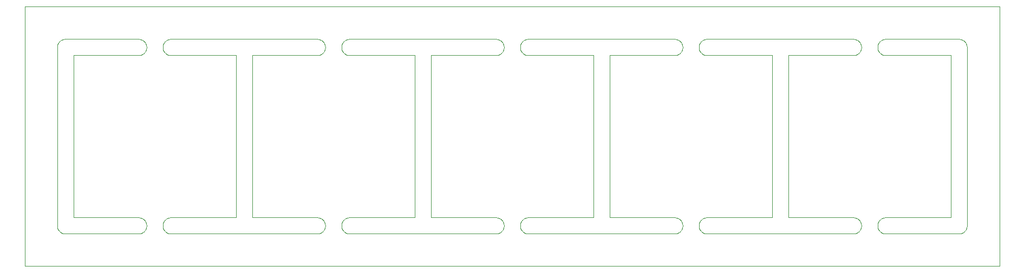
<source format=gm1>
G04 #@! TF.GenerationSoftware,KiCad,Pcbnew,6.0.2+dfsg-1*
G04 #@! TF.CreationDate,2023-06-21T21:29:58-06:00*
G04 #@! TF.ProjectId,ckt-dingdong-spk-array,636b742d-6469-46e6-9764-6f6e672d7370,rev?*
G04 #@! TF.SameCoordinates,Original*
G04 #@! TF.FileFunction,Profile,NP*
%FSLAX46Y46*%
G04 Gerber Fmt 4.6, Leading zero omitted, Abs format (unit mm)*
G04 Created by KiCad (PCBNEW 6.0.2+dfsg-1) date 2023-06-21 21:29:58*
%MOMM*%
%LPD*%
G01*
G04 APERTURE LIST*
G04 #@! TA.AperFunction,Profile*
%ADD10C,0.100000*%
G04 #@! TD*
G04 APERTURE END LIST*
D10*
X117092179Y-50464085D02*
X117034480Y-50486342D01*
X106448424Y-22620281D02*
X106447942Y-22620376D01*
X145803929Y-49423501D02*
X145796359Y-49484879D01*
X48017749Y-22623981D02*
X48017438Y-22623602D01*
X145755741Y-20974242D02*
X145772236Y-21033845D01*
X50561432Y-48014795D02*
X50561685Y-48015216D01*
X60975813Y-22595786D02*
X60914879Y-22606359D01*
X36769264Y-48632232D02*
X36802350Y-48579983D01*
X88669877Y-48020000D02*
X88731825Y-48021520D01*
X103898567Y-48014795D02*
X103898798Y-48014362D01*
X117583990Y-22159333D02*
X117543596Y-22206162D01*
X116975757Y-50505741D02*
X116916154Y-50522236D01*
X22622250Y-48016018D02*
X22622561Y-48016397D01*
X48016397Y-48017438D02*
X48016761Y-48017108D01*
X75957438Y-22623602D02*
X75957108Y-22623238D01*
X33490016Y-50347649D02*
X33437767Y-50380735D01*
X89560952Y-50190952D02*
X89516162Y-50233596D01*
X75952533Y-22620496D02*
X75952057Y-22620376D01*
X33490016Y-48232350D02*
X33540579Y-48267960D01*
X131833918Y-22620991D02*
X131833465Y-22620803D01*
X117203958Y-50411218D02*
X117148718Y-50439023D01*
X161366154Y-20117763D02*
X161425757Y-20134258D01*
X92717960Y-20589420D02*
X92756009Y-20540666D01*
X93484186Y-48044213D02*
X93545120Y-48033640D01*
X75959503Y-48012533D02*
X75959623Y-48012057D01*
X161760016Y-50347649D02*
X161707767Y-50380735D01*
X116916154Y-50522236D02*
X116855813Y-50535786D01*
X89094480Y-50486342D02*
X89035757Y-50505741D01*
X89370016Y-20292350D02*
X89420579Y-20327960D01*
X33837649Y-22060016D02*
X33802039Y-22110579D01*
X145803929Y-49156498D02*
X145808479Y-49218174D01*
X162318479Y-21278174D02*
X162320000Y-21340122D01*
X120589264Y-22007767D02*
X120558781Y-21953958D01*
X48018314Y-22624783D02*
X48018042Y-22624375D01*
X36802350Y-50000016D02*
X36769264Y-49947767D01*
X32851825Y-20081520D02*
X32913501Y-20086070D01*
X15000281Y-15008424D02*
X15000209Y-15008909D01*
X161950952Y-50190952D02*
X161906162Y-50233596D01*
X65605120Y-20093640D02*
X65666498Y-20086070D01*
X48019863Y-48010111D02*
X48019996Y-48004659D01*
X148859420Y-22372039D02*
X148810666Y-22333990D01*
X149127820Y-20175914D02*
X149185519Y-20153657D01*
X61377767Y-48199264D02*
X61430016Y-48232350D01*
X134381201Y-48014362D02*
X134381432Y-48014795D01*
X131838567Y-22625204D02*
X131838314Y-22624783D01*
X75956018Y-22622250D02*
X75955624Y-22621957D01*
X117870000Y-21359877D02*
X117868479Y-21421825D01*
X167390111Y-55639863D02*
X167390601Y-55639839D01*
X145349333Y-22333990D02*
X145300579Y-22372039D01*
X148636009Y-48480666D02*
X148676403Y-48433837D01*
X134386081Y-48019008D02*
X134386534Y-48019196D01*
X89643990Y-20540666D02*
X89682039Y-20589420D01*
X89643990Y-48480666D02*
X89682039Y-48529420D01*
X65142232Y-20259264D02*
X65196041Y-20228781D01*
X15001201Y-15005637D02*
X15000991Y-15006081D01*
X61430016Y-50347649D02*
X61377767Y-50380735D01*
X148351520Y-49218174D02*
X148356070Y-49156498D01*
X89928479Y-21421825D02*
X89923929Y-21483501D01*
X162320000Y-21340122D02*
X162320000Y-49299877D01*
X50575586Y-22620000D02*
X50575340Y-22620003D01*
X89930000Y-49299877D02*
X89928479Y-49361825D01*
X22620003Y-22635340D02*
X22620000Y-22635586D01*
X131838314Y-22624783D02*
X131838042Y-22624375D01*
X134383602Y-22622561D02*
X134383238Y-22622891D01*
X48013918Y-48019008D02*
X48014362Y-48018798D01*
X145440952Y-22250952D02*
X145396162Y-22293596D01*
X65728174Y-50558479D02*
X65666498Y-50553929D01*
X89856342Y-20915519D02*
X89875741Y-20974242D01*
X131839863Y-48010111D02*
X131839996Y-48004659D01*
X48010111Y-48019863D02*
X48010601Y-48019839D01*
X78502891Y-48016761D02*
X78503238Y-48017108D01*
X36596070Y-49423501D02*
X36591520Y-49361825D01*
X148351520Y-21278174D02*
X148356070Y-21216498D01*
X103899008Y-22626081D02*
X103898798Y-22625637D01*
X33837649Y-20639983D02*
X33870735Y-20692232D01*
X117721218Y-20746041D02*
X117749023Y-20801281D01*
X92470000Y-49280122D02*
X92470000Y-49280122D01*
X78515340Y-48019996D02*
X78515586Y-48020000D01*
X61095757Y-48074258D02*
X61154480Y-48093657D01*
X161859333Y-50273990D02*
X161810579Y-50312039D01*
X145714085Y-49782179D02*
X145689023Y-49838718D01*
X33680952Y-50190952D02*
X33636162Y-50233596D01*
X167399790Y-15008909D02*
X167399718Y-15008424D01*
X50566534Y-22620803D02*
X50566081Y-22620991D01*
X75951090Y-48019790D02*
X75951575Y-48019718D01*
X106455340Y-48019996D02*
X106455586Y-48020000D01*
X50569398Y-48019839D02*
X50569888Y-48019863D01*
X33837649Y-48579983D02*
X33870735Y-48632232D01*
X50560160Y-48010601D02*
X50560209Y-48011090D01*
X92883837Y-48346403D02*
X92930666Y-48306009D01*
X78501201Y-48014362D02*
X78501432Y-48014795D01*
X21033845Y-50522236D02*
X20974242Y-50505741D01*
X88976154Y-48057763D02*
X89035757Y-48074258D01*
X50563238Y-22622891D02*
X50562891Y-22623238D01*
X64554213Y-49034186D02*
X64567763Y-48973845D01*
X36738781Y-21953958D02*
X36710976Y-21898718D01*
X92649264Y-20692232D02*
X92682350Y-20639983D01*
X34043929Y-49156498D02*
X34048479Y-49218174D01*
X92543657Y-48855519D02*
X92565914Y-48797820D01*
X117868479Y-49361825D02*
X117863929Y-49423501D01*
X161810579Y-50312039D02*
X161760016Y-50347649D01*
X106440281Y-48011575D02*
X106440376Y-48012057D01*
X36837960Y-50050579D02*
X36802350Y-50000016D01*
X89928479Y-49218174D02*
X89930000Y-49280122D01*
X103898314Y-48015216D02*
X103898567Y-48014795D01*
X64531520Y-49218174D02*
X64536070Y-49156498D01*
X117657649Y-20639983D02*
X117690735Y-20692232D01*
X78501685Y-48015216D02*
X78501957Y-48015624D01*
X50566081Y-48019008D02*
X50566534Y-48019196D01*
X121187820Y-22524085D02*
X121131281Y-22499023D01*
X121245519Y-22546342D02*
X121187820Y-22524085D01*
X167391575Y-55639718D02*
X167392057Y-55639623D01*
X106440000Y-48004413D02*
X106440003Y-48004659D01*
X103899623Y-48012057D02*
X103899718Y-48011575D01*
X145714085Y-20857820D02*
X145736342Y-20915519D01*
X117622039Y-22110579D02*
X117583990Y-22159333D01*
X61620952Y-20449047D02*
X61663596Y-20493837D01*
X161993596Y-50146162D02*
X161950952Y-50190952D01*
X117690735Y-20692232D02*
X117721218Y-20746041D01*
X131837108Y-48016761D02*
X131837438Y-48016397D01*
X50565637Y-22621201D02*
X50565204Y-22621432D01*
X103895216Y-48018314D02*
X103895624Y-48018042D01*
X117257767Y-48199264D02*
X117310016Y-48232350D01*
X131824659Y-48019996D02*
X131830111Y-48019863D01*
X64777960Y-50050579D02*
X64742350Y-50000016D01*
X20086070Y-49423501D02*
X20081520Y-49361825D01*
X131837108Y-22623238D02*
X131836761Y-22622891D01*
X50568424Y-48019718D02*
X50568909Y-48019790D01*
X161425757Y-50505741D02*
X161366154Y-50522236D01*
X92590976Y-20801281D02*
X92618781Y-20746041D01*
X92839047Y-20449047D02*
X92883837Y-20406403D01*
X167397108Y-55636761D02*
X167397438Y-55636397D01*
X37604186Y-50535786D02*
X37543845Y-50522236D01*
X149244242Y-48074258D02*
X149303845Y-48057763D01*
X117832236Y-21033845D02*
X117845786Y-21094186D01*
X61323958Y-50411218D02*
X61268718Y-50439023D01*
X120434213Y-49034186D02*
X120447763Y-48973845D01*
X134382561Y-22623602D02*
X134382250Y-22623981D01*
X36769264Y-49947767D02*
X36738781Y-49893958D01*
X22629398Y-48019839D02*
X22629888Y-48019863D01*
X144611825Y-20081520D02*
X144673501Y-20086070D01*
X93668174Y-22618479D02*
X93606498Y-22613929D01*
X148719047Y-22250952D02*
X148676403Y-22206162D01*
X162295786Y-49545813D02*
X162282236Y-49606154D01*
X33214480Y-20153657D02*
X33272179Y-20175914D01*
X22620003Y-22635340D02*
X22620003Y-22635340D01*
X117796342Y-21784480D02*
X117774085Y-21842179D01*
X48012057Y-22620376D02*
X48011575Y-22620281D01*
X144734879Y-22606359D02*
X144673501Y-22613929D01*
X93029983Y-20292350D02*
X93082232Y-20259264D01*
X36596070Y-21483501D02*
X36591520Y-21421825D01*
X167399196Y-15006534D02*
X167399008Y-15006081D01*
X64530000Y-21359877D02*
X64530000Y-21340122D01*
X65666498Y-50553929D02*
X65605120Y-50546359D01*
X93668174Y-50558479D02*
X93606498Y-50553929D01*
X78500376Y-48012057D02*
X78500496Y-48012533D01*
X60729877Y-48020000D02*
X60791825Y-48021520D01*
X22628424Y-48019718D02*
X22628909Y-48019790D01*
X37050666Y-48306009D02*
X37099420Y-48267960D01*
X89916359Y-21544879D02*
X89905786Y-21605813D01*
X93191281Y-48140976D02*
X93247820Y-48115914D01*
X22624783Y-22621685D02*
X22624375Y-22621957D01*
X120411520Y-21278174D02*
X120416070Y-21216498D01*
X50564375Y-48018042D02*
X50564783Y-48018314D01*
X144673501Y-22613929D02*
X144611825Y-22618479D01*
X20857820Y-20175914D02*
X20915519Y-20153657D01*
X134381685Y-48015216D02*
X134381957Y-48015624D01*
X161059877Y-50560000D02*
X149610122Y-50560000D01*
X116916154Y-22582236D02*
X116855813Y-22595786D01*
X48018042Y-22624375D02*
X48017749Y-22623981D01*
X75953002Y-48019361D02*
X75953465Y-48019196D01*
X159764659Y-22620003D02*
X159764413Y-22620000D01*
X75959361Y-48013002D02*
X75959503Y-48012533D01*
X60914879Y-48033640D02*
X60975813Y-48044213D01*
X65605120Y-22606359D02*
X65544186Y-22595786D01*
X92507763Y-48973845D02*
X92524258Y-48914242D01*
X36876009Y-22159333D02*
X36837960Y-22110579D01*
X75959623Y-22627942D02*
X75959503Y-22627466D01*
X22627466Y-48019503D02*
X22627942Y-48019623D01*
X22620160Y-22629398D02*
X22620136Y-22629888D01*
X36590000Y-21340122D02*
X36591520Y-21278174D01*
X20228781Y-49893958D02*
X20200976Y-49838718D01*
X50575586Y-48020000D02*
X60729877Y-48020000D01*
X64709264Y-48632232D02*
X64742350Y-48579983D01*
X36769264Y-22007767D02*
X36738781Y-21953958D01*
X134381957Y-22624375D02*
X134381685Y-22624783D01*
X50564783Y-22621685D02*
X50564375Y-22621957D01*
X120434213Y-49545813D02*
X120423640Y-49484879D01*
X78503602Y-48017438D02*
X78503981Y-48017749D01*
X167400000Y-55624413D02*
X167400000Y-15015586D01*
X120464258Y-21725757D02*
X120447763Y-21666154D01*
X60791825Y-50558479D02*
X60729877Y-50560000D01*
X75950601Y-48019839D02*
X75951090Y-48019790D01*
X78500281Y-22628424D02*
X78500209Y-22628909D01*
X20081520Y-49361825D02*
X20080000Y-49299877D01*
X33995741Y-48914242D02*
X34012236Y-48973845D01*
X149185519Y-22546342D02*
X149127820Y-22524085D01*
X148562350Y-48579983D02*
X148597960Y-48529420D01*
X15000209Y-15008909D02*
X15000160Y-15009398D01*
X61663596Y-20493837D02*
X61703990Y-20540666D01*
X92470000Y-49299877D02*
X92470000Y-49280122D01*
X64584258Y-20974242D02*
X64603657Y-20915519D01*
X93364242Y-22565741D02*
X93305519Y-22546342D01*
X64742350Y-22060016D02*
X64709264Y-22007767D01*
X61983929Y-21483501D02*
X61976359Y-21544879D01*
X65790122Y-22620000D02*
X65728174Y-22618479D01*
X61703990Y-22159333D02*
X61663596Y-22206162D01*
X65790122Y-20080000D02*
X88669877Y-20080000D01*
X144795813Y-22595786D02*
X144734879Y-22606359D01*
X121022232Y-22440735D02*
X120969983Y-22407649D01*
X162306359Y-21155120D02*
X162313929Y-21216498D01*
X50575340Y-22620003D02*
X50569888Y-22620136D01*
X148597960Y-22110579D02*
X148562350Y-22060016D01*
X75955624Y-22621957D02*
X75955216Y-22621685D01*
X88915813Y-22595786D02*
X88854879Y-22606359D01*
X15000376Y-15007942D02*
X15000281Y-15008424D01*
X64650976Y-20801281D02*
X64678781Y-20746041D01*
X78508424Y-48019718D02*
X78508909Y-48019790D01*
X93545120Y-20093640D02*
X93606498Y-20086070D01*
X117622039Y-48529420D02*
X117657649Y-48579983D01*
X78501432Y-22625204D02*
X78501201Y-22625637D01*
X92796403Y-20493837D02*
X92839047Y-20449047D01*
X89208718Y-20200976D02*
X89263958Y-20228781D01*
X78509398Y-22620160D02*
X78508909Y-22620209D01*
X167392057Y-15000376D02*
X167391575Y-15000281D01*
X33155757Y-48074258D02*
X33214480Y-48093657D01*
X145300579Y-48267960D02*
X145349333Y-48306009D01*
X75956018Y-48017749D02*
X75956397Y-48017438D01*
X120823837Y-48346403D02*
X120870666Y-48306009D01*
X20080000Y-49299877D02*
X20080000Y-21340122D01*
X92756009Y-48480666D02*
X92796403Y-48433837D01*
X34050000Y-21359877D02*
X34048479Y-21421825D01*
X37149983Y-20292350D02*
X37202232Y-20259264D01*
X159776761Y-22622891D02*
X159776397Y-22622561D01*
X65142232Y-22440735D02*
X65089983Y-22407649D01*
X75957108Y-48016761D02*
X75957438Y-48016397D01*
X48012533Y-22620496D02*
X48012057Y-22620376D01*
X50561201Y-22625637D02*
X50560991Y-22626081D01*
X117622039Y-20589420D02*
X117657649Y-20639983D01*
X75959996Y-48004659D02*
X75960000Y-48004413D01*
X145483596Y-20493837D02*
X145523990Y-20540666D01*
X22628909Y-48019790D02*
X22629398Y-48019839D01*
X89856342Y-21784480D02*
X89834085Y-21842179D01*
X78515586Y-22620000D02*
X78515340Y-22620003D01*
X75959196Y-48013465D02*
X75959361Y-48013002D01*
X61576162Y-20406403D02*
X61620952Y-20449047D01*
X145396162Y-20406403D02*
X145440952Y-20449047D01*
X33995741Y-49665757D02*
X33976342Y-49724480D01*
X106444375Y-48018042D02*
X106444783Y-48018314D01*
X120434213Y-21094186D02*
X120447763Y-21033845D01*
X75958042Y-22624375D02*
X75957749Y-22623981D01*
X131830601Y-48019839D02*
X131831090Y-48019790D01*
X161859333Y-20366009D02*
X161906162Y-20406403D01*
X75958314Y-48015216D02*
X75958567Y-48014795D01*
X149364186Y-48044213D02*
X149425120Y-48033640D01*
X61430016Y-20292350D02*
X61480579Y-20327960D01*
X50560803Y-22626534D02*
X50560638Y-22626997D01*
X64650976Y-48741281D02*
X64678781Y-48686041D01*
X144673501Y-48026070D02*
X144734879Y-48033640D01*
X61869023Y-21898718D02*
X61841218Y-21953958D01*
X65666498Y-22613929D02*
X65605120Y-22606359D01*
X89923929Y-21216498D02*
X89928479Y-21278174D01*
X103898798Y-22625637D02*
X103898567Y-22625204D01*
X148529264Y-22007767D02*
X148498781Y-21953958D01*
X131837438Y-22623602D02*
X131837108Y-22623238D01*
X75954795Y-48018567D02*
X75955216Y-48018314D01*
X36916403Y-22206162D02*
X36876009Y-22159333D01*
X61430016Y-22407649D02*
X61377767Y-22440735D01*
X89875741Y-48914242D02*
X89892236Y-48973845D01*
X61268718Y-22499023D02*
X61212179Y-22524085D01*
X75958567Y-48014795D02*
X75958798Y-48014362D01*
X37543845Y-50522236D02*
X37484242Y-50505741D01*
X20228781Y-20746041D02*
X20259264Y-20692232D01*
X21155120Y-50546359D02*
X21094186Y-50535786D01*
X131832533Y-48019503D02*
X131833002Y-48019361D01*
X37202232Y-48199264D02*
X37256041Y-48168781D01*
X148636009Y-20540666D02*
X148676403Y-20493837D01*
X121131281Y-50439023D02*
X121076041Y-50411218D01*
X20259264Y-49947767D02*
X20228781Y-49893958D01*
X20093640Y-21155120D02*
X20104213Y-21094186D01*
X149425120Y-20093640D02*
X149486498Y-20086070D01*
X20915519Y-50486342D02*
X20857820Y-50464085D01*
X161993596Y-20493837D02*
X162033990Y-20540666D01*
X162246342Y-20915519D02*
X162265741Y-20974242D01*
X61377767Y-22440735D02*
X61323958Y-22471218D01*
X159778798Y-48014362D02*
X159779008Y-48013918D01*
X148498781Y-20746041D02*
X148529264Y-20692232D01*
X75959623Y-48012057D02*
X75959718Y-48011575D01*
X20086070Y-21216498D02*
X20093640Y-21155120D01*
X61983929Y-49156498D02*
X61988479Y-49218174D01*
X32974879Y-50546359D02*
X32913501Y-50553929D01*
X61965786Y-21094186D02*
X61976359Y-21155120D01*
X120870666Y-20366009D02*
X120919420Y-20327960D01*
X37484242Y-22565741D02*
X37425519Y-22546342D01*
X92839047Y-48389047D02*
X92883837Y-48346403D01*
X22623602Y-48017438D02*
X22623981Y-48017749D01*
X120410000Y-49280122D02*
X120411520Y-49218174D01*
X161425757Y-20134258D02*
X161484480Y-20153657D01*
X149185519Y-20153657D02*
X149244242Y-20134258D01*
X64554213Y-21094186D02*
X64567763Y-21033845D01*
X145803929Y-21216498D02*
X145808479Y-21278174D01*
X149303845Y-22582236D02*
X149244242Y-22565741D01*
X92796403Y-48433837D02*
X92839047Y-48389047D01*
X93029983Y-48232350D02*
X93082232Y-48199264D01*
X159773002Y-22620638D02*
X159772533Y-22620496D01*
X92649264Y-48632232D02*
X92682350Y-48579983D01*
X50560376Y-48012057D02*
X50560496Y-48012533D01*
X148529264Y-49947767D02*
X148498781Y-49893958D01*
X20801281Y-50439023D02*
X20746041Y-50411218D01*
X93668174Y-20081520D02*
X93730122Y-20080000D01*
X22626997Y-48019361D02*
X22627466Y-48019503D01*
X148404258Y-49665757D02*
X148387763Y-49606154D01*
X36876009Y-48480666D02*
X36916403Y-48433837D01*
X92565914Y-20857820D02*
X92590976Y-20801281D01*
X33272179Y-50464085D02*
X33214480Y-50486342D01*
X148351520Y-21421825D02*
X148350000Y-21359877D01*
X15008424Y-55639718D02*
X15008909Y-55639790D01*
X120416070Y-49156498D02*
X120423640Y-49095120D01*
X22621685Y-22624783D02*
X22621432Y-22625204D01*
X131837749Y-22623981D02*
X131837438Y-22623602D01*
X89152179Y-20175914D02*
X89208718Y-20200976D01*
X48019196Y-22626534D02*
X48019008Y-22626081D01*
X103891575Y-22620281D02*
X103891090Y-22620209D01*
X20104213Y-49545813D02*
X20093640Y-49484879D01*
X22623602Y-22622561D02*
X22623238Y-22622891D01*
X50562891Y-48016761D02*
X50563238Y-48017108D01*
X36802350Y-22060016D02*
X36769264Y-22007767D01*
X144974480Y-48093657D02*
X145032179Y-48115914D01*
X145250016Y-22407649D02*
X145197767Y-22440735D01*
X145785786Y-49034186D02*
X145796359Y-49095120D01*
X92796403Y-50146162D02*
X92756009Y-50099333D01*
X103892057Y-22620376D02*
X103891575Y-22620281D01*
X50562561Y-22623602D02*
X50562250Y-22623981D01*
X22620496Y-48012533D02*
X22620638Y-48013002D01*
X34025786Y-21094186D02*
X34036359Y-21155120D01*
X145714085Y-48797820D02*
X145736342Y-48855519D01*
X161542179Y-20175914D02*
X161598718Y-20200976D01*
X159775216Y-48018314D02*
X159775624Y-48018042D01*
X89094480Y-20153657D02*
X89152179Y-20175914D01*
X134380376Y-22627942D02*
X134380281Y-22628424D01*
X117409333Y-22333990D02*
X117360579Y-22372039D01*
X117832236Y-49606154D02*
X117815741Y-49665757D01*
X167399361Y-15006997D02*
X167399196Y-15006534D01*
X120530976Y-49838718D02*
X120505914Y-49782179D01*
X149016041Y-50411218D02*
X148962232Y-50380735D01*
X50565637Y-48018798D02*
X50566081Y-48019008D01*
X48017108Y-48016761D02*
X48017438Y-48016397D01*
X20093640Y-49484879D02*
X20086070Y-49423501D01*
X75955216Y-22621685D02*
X75954795Y-22621432D01*
X149548174Y-50558479D02*
X149486498Y-50553929D01*
X33901218Y-21953958D02*
X33870735Y-22007767D01*
X64543640Y-49484879D02*
X64536070Y-49423501D01*
X167393465Y-15000803D02*
X167393002Y-15000638D01*
X106440496Y-22627466D02*
X106440376Y-22627942D01*
X48004413Y-22620000D02*
X37850122Y-22620000D01*
X117360579Y-22372039D02*
X117310016Y-22407649D01*
X121245519Y-50486342D02*
X121187820Y-50464085D01*
X148498781Y-21953958D02*
X148470976Y-21898718D01*
X167395216Y-15001685D02*
X167394795Y-15001432D01*
X134380000Y-48004413D02*
X134380003Y-48004659D01*
X65790122Y-50560000D02*
X65728174Y-50558479D01*
X75952533Y-48019503D02*
X75953002Y-48019361D01*
X117583990Y-20540666D02*
X117622039Y-20589420D01*
X64990666Y-20366009D02*
X65039420Y-20327960D01*
X64678781Y-20746041D02*
X64709264Y-20692232D01*
X37099420Y-50312039D02*
X37050666Y-50273990D01*
X36663657Y-48855519D02*
X36685914Y-48797820D01*
X159778314Y-48015216D02*
X159778567Y-48014795D01*
X106443238Y-48017108D02*
X106443602Y-48017438D01*
X78500496Y-22627466D02*
X78500376Y-22627942D01*
X33096154Y-48057763D02*
X33155757Y-48074258D01*
X159777438Y-48016397D02*
X159777749Y-48016018D01*
X50562250Y-22623981D02*
X50561957Y-22624375D01*
X120416070Y-21483501D02*
X120411520Y-21421825D01*
X167395624Y-15001957D02*
X167395216Y-15001685D01*
X145300579Y-22372039D02*
X145250016Y-22407649D01*
X22626534Y-48019196D02*
X22626997Y-48019361D01*
X65483845Y-22582236D02*
X65424242Y-22565741D01*
X61529333Y-22333990D02*
X61480579Y-22372039D01*
X61742039Y-22110579D02*
X61703990Y-22159333D01*
X15000638Y-15006997D02*
X15000496Y-15007466D01*
X88731825Y-50558479D02*
X88669877Y-50560000D01*
X121363845Y-50522236D02*
X121304242Y-50505741D01*
X50560638Y-22626997D02*
X50560496Y-22627466D01*
X48019863Y-22629888D02*
X48019839Y-22629398D01*
X159779503Y-48012533D02*
X159779623Y-48012057D01*
X131839996Y-48004659D02*
X131840000Y-48004413D01*
X92524258Y-20974242D02*
X92543657Y-20915519D01*
X145483596Y-22206162D02*
X145440952Y-22250952D01*
X33636162Y-22293596D02*
X33589333Y-22333990D01*
X33763990Y-20540666D02*
X33802039Y-20589420D01*
X117832236Y-21666154D02*
X117815741Y-21725757D01*
X61965786Y-49034186D02*
X61976359Y-49095120D01*
X78508909Y-48019790D02*
X78509398Y-48019839D01*
X117856359Y-49095120D02*
X117863929Y-49156498D01*
X75950111Y-48019863D02*
X75950601Y-48019839D01*
X65089983Y-20292350D02*
X65142232Y-20259264D01*
X131839839Y-22629398D02*
X131839790Y-22628909D01*
X117815741Y-21725757D02*
X117796342Y-21784480D01*
X120736403Y-48433837D02*
X120779047Y-48389047D01*
X145032179Y-22524085D02*
X144974480Y-22546342D01*
X103892533Y-48019503D02*
X103893002Y-48019361D01*
X20406403Y-50146162D02*
X20366009Y-50099333D01*
X134386534Y-48019196D02*
X134386997Y-48019361D01*
X65728174Y-20081520D02*
X65790122Y-20080000D01*
X159764413Y-48020000D02*
X159764659Y-48019996D01*
X65666498Y-48026070D02*
X65728174Y-48021520D01*
X92507763Y-21033845D02*
X92524258Y-20974242D01*
X103890111Y-48019863D02*
X103890601Y-48019839D01*
X159774795Y-48018567D02*
X159775216Y-48018314D01*
X103897749Y-48016018D02*
X103898042Y-48015624D01*
X120558781Y-49893958D02*
X120530976Y-49838718D01*
X149071281Y-20200976D02*
X149127820Y-20175914D01*
X61988479Y-21421825D02*
X61983929Y-21483501D01*
X64536070Y-49156498D02*
X64543640Y-49095120D01*
X75959008Y-22626081D02*
X75958798Y-22625637D01*
X89603596Y-20493837D02*
X89643990Y-20540666D01*
X120411520Y-49218174D02*
X120416070Y-49156498D01*
X148962232Y-20259264D02*
X149016041Y-20228781D01*
X149548174Y-48021520D02*
X149610122Y-48020000D01*
X61212179Y-50464085D02*
X61154480Y-50486342D01*
X145810000Y-21340122D02*
X145810000Y-21359877D01*
X148962232Y-22440735D02*
X148909983Y-22407649D01*
X106441201Y-48014362D02*
X106441432Y-48014795D01*
X78506534Y-22620803D02*
X78506081Y-22620991D01*
X61323958Y-20228781D02*
X61377767Y-20259264D01*
X159776018Y-48017749D02*
X159776397Y-48017438D01*
X88793501Y-22613929D02*
X88731825Y-22618479D01*
X92507763Y-49606154D02*
X92494213Y-49545813D01*
X64603657Y-20915519D02*
X64625914Y-20857820D01*
X162033990Y-20540666D02*
X162072039Y-20589420D01*
X103900000Y-22635586D02*
X103899996Y-22635340D01*
X34025786Y-49545813D02*
X34012236Y-49606154D01*
X159779863Y-48010111D02*
X159779996Y-48004659D01*
X89094480Y-48093657D02*
X89152179Y-48115914D01*
X64899047Y-50190952D02*
X64856403Y-50146162D01*
X120447763Y-49606154D02*
X120434213Y-49545813D01*
X117456162Y-48346403D02*
X117500952Y-48389047D01*
X61990000Y-21359877D02*
X61988479Y-21421825D01*
X33490016Y-20292350D02*
X33540579Y-20327960D01*
X131835216Y-48018314D02*
X131835624Y-48018042D01*
X145736342Y-20915519D02*
X145755741Y-20974242D01*
X134381432Y-22625204D02*
X134381201Y-22625637D01*
X48016018Y-48017749D02*
X48016397Y-48017438D01*
X89923929Y-21483501D02*
X89916359Y-21544879D01*
X134385637Y-22621201D02*
X134385204Y-22621432D01*
X103899996Y-48004659D02*
X103900000Y-48004413D01*
X89516162Y-50233596D02*
X89469333Y-50273990D01*
X103890601Y-48019839D02*
X103891090Y-48019790D01*
X148445914Y-49782179D02*
X148423657Y-49724480D01*
X20153657Y-49724480D02*
X20134258Y-49665757D01*
X64584258Y-48914242D02*
X64603657Y-48855519D01*
X89781218Y-21953958D02*
X89750735Y-22007767D01*
X134382561Y-48016397D02*
X134382891Y-48016761D01*
X64567763Y-21666154D02*
X64554213Y-21605813D01*
X145523990Y-48480666D02*
X145562039Y-48529420D01*
X120657960Y-20589420D02*
X120696009Y-20540666D01*
X121187820Y-50464085D02*
X121131281Y-50439023D01*
X78503981Y-48017749D02*
X78504375Y-48018042D01*
X106446081Y-48019008D02*
X106446534Y-48019196D01*
X116975757Y-20134258D02*
X117034480Y-20153657D01*
X50561685Y-22624783D02*
X50561432Y-22625204D01*
X92979420Y-50312039D02*
X92930666Y-50273990D01*
X34025786Y-21605813D02*
X34012236Y-21666154D01*
X22620000Y-22635586D02*
X22620000Y-48004413D01*
X75959718Y-48011575D02*
X75959790Y-48011090D01*
X106447942Y-48019623D02*
X106448424Y-48019718D01*
X159776397Y-48017438D02*
X159776761Y-48017108D01*
X78500638Y-22626997D02*
X78500496Y-22627466D01*
X144549877Y-22620000D02*
X134395586Y-22620000D01*
X48019839Y-22629398D02*
X48019790Y-22628909D01*
X131836761Y-48017108D02*
X131837108Y-48016761D01*
X75959790Y-22628909D02*
X75959718Y-22628424D01*
X48013002Y-48019361D02*
X48013465Y-48019196D01*
X15000991Y-15006081D02*
X15000803Y-15006534D01*
X64567763Y-21033845D02*
X64584258Y-20974242D01*
X134383238Y-22622891D02*
X134382891Y-22623238D01*
X89781218Y-20746041D02*
X89809023Y-20801281D01*
X37256041Y-50411218D02*
X37202232Y-50380735D01*
X145785786Y-49545813D02*
X145772236Y-49606154D01*
X103897749Y-22623981D02*
X103897438Y-22623602D01*
X64530000Y-49280122D02*
X64530000Y-49280122D01*
X145661218Y-21953958D02*
X145630735Y-22007767D01*
X64567763Y-49606154D02*
X64554213Y-49545813D01*
X149127820Y-50464085D02*
X149071281Y-50439023D01*
X75959503Y-22627466D02*
X75959361Y-22626997D01*
X22635340Y-22620003D02*
X22629888Y-22620136D01*
X50561432Y-22625204D02*
X50561201Y-22625637D01*
X106445637Y-48018798D02*
X106446081Y-48019008D01*
X48010111Y-22620136D02*
X48004659Y-22620003D01*
X88915813Y-50535786D02*
X88854879Y-50546359D01*
X131824659Y-22620003D02*
X131824413Y-22620000D01*
X117856359Y-21544879D02*
X117845786Y-21605813D01*
X89892236Y-49606154D02*
X89875741Y-49665757D01*
X37149983Y-48232350D02*
X37202232Y-48199264D01*
X103899839Y-22629398D02*
X103899790Y-22628909D01*
X89682039Y-22110579D02*
X89643990Y-22159333D01*
X131839503Y-22627466D02*
X131839361Y-22626997D01*
X121546498Y-20086070D02*
X121608174Y-20081520D01*
X65605120Y-50546359D02*
X65544186Y-50535786D01*
X48013465Y-22620803D02*
X48013002Y-22620638D01*
X61935741Y-48914242D02*
X61952236Y-48973845D01*
X65365519Y-20153657D02*
X65424242Y-20134258D01*
X148597960Y-20589420D02*
X148636009Y-20540666D01*
X50560003Y-48004659D02*
X50560136Y-48010111D01*
X148423657Y-21784480D02*
X148404258Y-21725757D01*
X22622891Y-48016761D02*
X22623238Y-48017108D01*
X60975813Y-48044213D02*
X61036154Y-48057763D01*
X64742350Y-50000016D02*
X64709264Y-49947767D01*
X92717960Y-48529420D02*
X92756009Y-48480666D01*
X145808479Y-21278174D02*
X145810000Y-21340122D01*
X120622350Y-50000016D02*
X120589264Y-49947767D01*
X145032179Y-20175914D02*
X145088718Y-20200976D01*
X134380000Y-22635586D02*
X134380000Y-48004413D01*
X36685914Y-49782179D02*
X36663657Y-49724480D01*
X161484480Y-50486342D02*
X161425757Y-50505741D01*
X64777960Y-20589420D02*
X64816009Y-20540666D01*
X106443602Y-48017438D02*
X106443981Y-48017749D01*
X75959863Y-48010111D02*
X75959996Y-48004659D01*
X145796359Y-49484879D02*
X145785786Y-49545813D01*
X92524258Y-48914242D02*
X92543657Y-48855519D01*
X61777649Y-50000016D02*
X61742039Y-50050579D01*
X37311281Y-48140976D02*
X37367820Y-48115914D01*
X121022232Y-48199264D02*
X121076041Y-48168781D01*
X120589264Y-20692232D02*
X120622350Y-20639983D01*
X117749023Y-20801281D02*
X117774085Y-20857820D01*
X117456162Y-20406403D02*
X117500952Y-20449047D01*
X134386534Y-22620803D02*
X134386081Y-22620991D01*
X93730122Y-22620000D02*
X93668174Y-22618479D01*
X106441432Y-22625204D02*
X106441201Y-22625637D01*
X121670122Y-50560000D02*
X121608174Y-50558479D01*
X21094186Y-20104213D02*
X21155120Y-20093640D01*
X117203958Y-48168781D02*
X117257767Y-48199264D01*
X148498781Y-48686041D02*
X148529264Y-48632232D01*
X148445914Y-21842179D02*
X148423657Y-21784480D01*
X48019996Y-22635340D02*
X48019863Y-22629888D01*
X89781218Y-48686041D02*
X89809023Y-48741281D01*
X159776018Y-22622250D02*
X159775624Y-22621957D01*
X134380209Y-22628909D02*
X134380160Y-22629398D01*
X61952236Y-21033845D02*
X61965786Y-21094186D01*
X117657649Y-22060016D02*
X117622039Y-22110579D01*
X93606498Y-22613929D02*
X93545120Y-22606359D01*
X121424186Y-50535786D02*
X121363845Y-50522236D01*
X92494213Y-21605813D02*
X92483640Y-21544879D01*
X162140735Y-20692232D02*
X162171218Y-20746041D01*
X22620638Y-48013002D02*
X22620803Y-48013465D01*
X37099420Y-22372039D02*
X37050666Y-22333990D01*
X36614213Y-49545813D02*
X36603640Y-49484879D01*
X117092179Y-48115914D02*
X117148718Y-48140976D01*
X149071281Y-22499023D02*
X149016041Y-22471218D01*
X116975757Y-48074258D02*
X117034480Y-48093657D01*
X48004659Y-22620003D02*
X48004413Y-22620000D01*
X34043929Y-21483501D02*
X34036359Y-21544879D01*
X50567942Y-48019623D02*
X50568424Y-48019718D01*
X33929023Y-48741281D02*
X33954085Y-48797820D01*
X159774795Y-22621432D02*
X159774362Y-22621201D01*
X65307820Y-48115914D02*
X65365519Y-48093657D01*
X92470000Y-49280122D02*
X92471520Y-49218174D01*
X117774085Y-21842179D02*
X117749023Y-21898718D01*
X37425519Y-20153657D02*
X37484242Y-20134258D01*
X120505914Y-21842179D02*
X120483657Y-21784480D01*
X48017438Y-48016397D02*
X48017749Y-48016018D01*
X145300579Y-20327960D02*
X145349333Y-20366009D01*
X89469333Y-50273990D02*
X89420579Y-50312039D01*
X106443238Y-22622891D02*
X106442891Y-22623238D01*
X78502891Y-22623238D02*
X78502561Y-22623602D01*
X159779623Y-22627942D02*
X159779503Y-22627466D01*
X161598718Y-20200976D02*
X161653958Y-20228781D01*
X148350000Y-49280122D02*
X148351520Y-49218174D01*
X48017438Y-22623602D02*
X48017108Y-22623238D01*
X88915813Y-48044213D02*
X88976154Y-48057763D01*
X22620209Y-22628909D02*
X22620160Y-22629398D01*
X34012236Y-21033845D02*
X34025786Y-21094186D01*
X93545120Y-50546359D02*
X93484186Y-50535786D01*
X144856154Y-20117763D02*
X144915757Y-20134258D01*
X131833465Y-48019196D02*
X131833918Y-48019008D01*
X148356070Y-21216498D02*
X148363640Y-21155120D01*
X120410000Y-21340122D02*
X120411520Y-21278174D01*
X61430016Y-48232350D02*
X61480579Y-48267960D01*
X64943837Y-20406403D02*
X64990666Y-20366009D01*
X60791825Y-22618479D02*
X60729877Y-22620000D01*
X103893465Y-48019196D02*
X103893918Y-48019008D01*
X75958314Y-22624783D02*
X75958042Y-22624375D01*
X167390111Y-15000136D02*
X167384659Y-15000003D01*
X103896761Y-22622891D02*
X103896397Y-22622561D01*
X167384413Y-55640000D02*
X167384659Y-55639996D01*
X61777649Y-20639983D02*
X61810735Y-20692232D01*
X148356070Y-21483501D02*
X148351520Y-21421825D01*
X75959008Y-48013918D02*
X75959196Y-48013465D01*
X64777960Y-48529420D02*
X64816009Y-48480666D01*
X145661218Y-49893958D02*
X145630735Y-49947767D01*
X93423845Y-48057763D02*
X93484186Y-48044213D01*
X88669877Y-22620000D02*
X78515586Y-22620000D01*
X37256041Y-20228781D02*
X37311281Y-20200976D01*
X61268718Y-20200976D02*
X61323958Y-20228781D01*
X65142232Y-48199264D02*
X65196041Y-48168781D01*
X161244879Y-20093640D02*
X161305813Y-20104213D01*
X120622350Y-48579983D02*
X120657960Y-48529420D01*
X89916359Y-49095120D02*
X89923929Y-49156498D01*
X106440003Y-48004659D02*
X106440136Y-48010111D01*
X32851825Y-48021520D02*
X32913501Y-48026070D01*
X120736403Y-20493837D02*
X120779047Y-20449047D01*
X33763990Y-22159333D02*
X33723596Y-22206162D01*
X167393918Y-55639008D02*
X167394362Y-55638798D01*
X106442561Y-22623602D02*
X106442250Y-22623981D01*
X103891090Y-22620209D02*
X103890601Y-22620160D01*
X162265741Y-49665757D02*
X162246342Y-49724480D01*
X92565914Y-48797820D02*
X92590976Y-48741281D01*
X92543657Y-20915519D02*
X92565914Y-20857820D01*
X78515586Y-48020000D02*
X88669877Y-48020000D01*
X144915757Y-48074258D02*
X144974480Y-48093657D01*
X60914879Y-22606359D02*
X60853501Y-22613929D01*
X34012236Y-49606154D02*
X33995741Y-49665757D01*
X161484480Y-20153657D02*
X161542179Y-20175914D01*
X93247820Y-20175914D02*
X93305519Y-20153657D01*
X48014795Y-48018567D02*
X48015216Y-48018314D01*
X148676403Y-22206162D02*
X148636009Y-22159333D01*
X117034480Y-48093657D02*
X117092179Y-48115914D01*
X61976359Y-49484879D02*
X61965786Y-49545813D01*
X144915757Y-50505741D02*
X144856154Y-50522236D01*
X116609877Y-50560000D02*
X93730122Y-50560000D01*
X92839047Y-22250952D02*
X92796403Y-22206162D01*
X50566997Y-22620638D02*
X50566534Y-22620803D01*
X34043929Y-21216498D02*
X34048479Y-21278174D01*
X64943837Y-50233596D02*
X64899047Y-50190952D01*
X121363845Y-22582236D02*
X121304242Y-22565741D01*
X159779996Y-22635340D02*
X159779863Y-22629888D01*
X131839196Y-48013465D02*
X131839361Y-48013002D01*
X20292350Y-20639983D02*
X20327960Y-20589420D01*
X89834085Y-21842179D02*
X89809023Y-21898718D01*
X134381957Y-48015624D02*
X134382250Y-48016018D01*
X61869023Y-49838718D02*
X61841218Y-49893958D01*
X92524258Y-49665757D02*
X92507763Y-49606154D01*
X65424242Y-22565741D02*
X65365519Y-22546342D01*
X106448424Y-48019718D02*
X106448909Y-48019790D01*
X75959996Y-22635340D02*
X75959863Y-22629888D01*
X34050000Y-21340122D02*
X34050000Y-21359877D01*
X60729877Y-50560000D02*
X37850122Y-50560000D01*
X78500376Y-22627942D02*
X78500281Y-22628424D01*
X37311281Y-22499023D02*
X37256041Y-22471218D01*
X148810666Y-50273990D02*
X148763837Y-50233596D01*
X61965786Y-49545813D02*
X61952236Y-49606154D01*
X117868479Y-21278174D02*
X117870000Y-21340122D01*
X20639983Y-50347649D02*
X20589420Y-50312039D01*
X36590000Y-49280122D02*
X36591520Y-49218174D01*
X78508909Y-22620209D02*
X78508424Y-22620281D01*
X93247820Y-48115914D02*
X93305519Y-48093657D01*
X167399996Y-15015340D02*
X167399863Y-15009888D01*
X60853501Y-48026070D02*
X60914879Y-48033640D01*
X134381432Y-48014795D02*
X134381685Y-48015216D01*
X89152179Y-48115914D02*
X89208718Y-48140976D01*
X50560209Y-48011090D02*
X50560281Y-48011575D01*
X120823837Y-50233596D02*
X120779047Y-50190952D01*
X15002891Y-55636761D02*
X15003238Y-55637108D01*
X148636009Y-22159333D02*
X148597960Y-22110579D01*
X89809023Y-48741281D02*
X89834085Y-48797820D01*
X145300579Y-50312039D02*
X145250016Y-50347649D01*
X89263958Y-22471218D02*
X89208718Y-22499023D01*
X61212179Y-48115914D02*
X61268718Y-48140976D01*
X37050666Y-50273990D02*
X37003837Y-50233596D01*
X145597649Y-20639983D02*
X145630735Y-20692232D01*
X37311281Y-20200976D02*
X37367820Y-20175914D01*
X22626997Y-22620638D02*
X22626534Y-22620803D01*
X121546498Y-50553929D02*
X121485120Y-50546359D01*
X36876009Y-20540666D02*
X36916403Y-20493837D01*
X20589420Y-50312039D02*
X20540666Y-50273990D01*
X103892533Y-22620496D02*
X103892057Y-22620376D01*
X131833002Y-22620638D02*
X131832533Y-22620496D01*
X61916342Y-20915519D02*
X61935741Y-20974242D01*
X37788174Y-48021520D02*
X37850122Y-48020000D01*
X33976342Y-20915519D02*
X33995741Y-20974242D01*
X92979420Y-20327960D02*
X93029983Y-20292350D01*
X33589333Y-22333990D02*
X33540579Y-22372039D01*
X117690735Y-49947767D02*
X117657649Y-50000016D01*
X61212179Y-20175914D02*
X61268718Y-20200976D01*
X167396397Y-15002561D02*
X167396018Y-15002250D01*
X75950601Y-22620160D02*
X75950111Y-22620136D01*
X64625914Y-20857820D02*
X64650976Y-20801281D01*
X36710976Y-21898718D02*
X36685914Y-21842179D01*
X34036359Y-49095120D02*
X34043929Y-49156498D01*
X65544186Y-22595786D02*
X65483845Y-22582236D01*
X48013002Y-22620638D02*
X48012533Y-22620496D01*
X64943837Y-22293596D02*
X64899047Y-22250952D01*
X117543596Y-50146162D02*
X117500952Y-50190952D01*
X20406403Y-20493837D02*
X20449047Y-20449047D01*
X167384659Y-55639996D02*
X167390111Y-55639863D01*
X145810000Y-21359877D02*
X145808479Y-21421825D01*
X116733501Y-48026070D02*
X116794879Y-48033640D01*
X89317767Y-22440735D02*
X89263958Y-22471218D01*
X131830111Y-48019863D02*
X131830601Y-48019839D01*
X50560991Y-48013918D02*
X50561201Y-48014362D01*
X75955624Y-48018042D02*
X75956018Y-48017749D01*
X106447466Y-22620496D02*
X106446997Y-22620638D01*
X116671825Y-20081520D02*
X116733501Y-20086070D01*
X144856154Y-50522236D02*
X144795813Y-50535786D01*
X75957749Y-48016018D02*
X75958042Y-48015624D01*
X75959863Y-22629888D02*
X75959839Y-22629398D01*
X61576162Y-48346403D02*
X61620952Y-48389047D01*
X149486498Y-22613929D02*
X149425120Y-22606359D01*
X103896397Y-22622561D02*
X103896018Y-22622250D01*
X89469333Y-20366009D02*
X89516162Y-20406403D01*
X22623238Y-48017108D02*
X22623602Y-48017438D01*
X145143958Y-50411218D02*
X145088718Y-50439023D01*
X121363845Y-48057763D02*
X121424186Y-48044213D01*
X117796342Y-20915519D02*
X117815741Y-20974242D01*
X93305519Y-22546342D02*
X93247820Y-22524085D01*
X88976154Y-50522236D02*
X88915813Y-50535786D01*
X89834085Y-20857820D02*
X89856342Y-20915519D01*
X148962232Y-48199264D02*
X149016041Y-48168781D01*
X121424186Y-48044213D02*
X121485120Y-48033640D01*
X89560952Y-22250952D02*
X89516162Y-22293596D01*
X48018567Y-48014795D02*
X48018798Y-48014362D01*
X15008909Y-15000209D02*
X15008424Y-15000281D01*
X117148718Y-22499023D02*
X117092179Y-22524085D01*
X48013465Y-48019196D02*
X48013918Y-48019008D01*
X32974879Y-48033640D02*
X33035813Y-48044213D01*
X167399361Y-55633002D02*
X167399503Y-55632533D01*
X148387763Y-48973845D02*
X148404258Y-48914242D01*
X50561957Y-22624375D02*
X50561685Y-22624783D01*
X89905786Y-21094186D02*
X89916359Y-21155120D01*
X106441957Y-48015624D02*
X106442250Y-48016018D01*
X48019623Y-22627942D02*
X48019503Y-22627466D01*
X134380281Y-22628424D02*
X134380209Y-22628909D01*
X65196041Y-50411218D02*
X65142232Y-50380735D01*
X48020000Y-48004413D02*
X48020000Y-22635586D01*
X37788174Y-50558479D02*
X37726498Y-50553929D01*
X120423640Y-21544879D02*
X120416070Y-21483501D01*
X65666498Y-20086070D02*
X65728174Y-20081520D01*
X120779047Y-50190952D02*
X120736403Y-50146162D01*
X48019008Y-22626081D02*
X48018798Y-22625637D01*
X145810000Y-49299877D02*
X145808479Y-49361825D01*
X120423640Y-49095120D02*
X120434213Y-49034186D01*
X37850122Y-50560000D02*
X37788174Y-50558479D01*
X15000209Y-55631090D02*
X15000281Y-55631575D01*
X148470976Y-49838718D02*
X148445914Y-49782179D01*
X120919420Y-20327960D02*
X120969983Y-20292350D01*
X148810666Y-22333990D02*
X148763837Y-22293596D01*
X34036359Y-21155120D02*
X34043929Y-21216498D01*
X33214480Y-22546342D02*
X33155757Y-22565741D01*
X20493837Y-50233596D02*
X20449047Y-50190952D01*
X149486498Y-48026070D02*
X149548174Y-48021520D01*
X145088718Y-20200976D02*
X145143958Y-20228781D01*
X37367820Y-50464085D02*
X37311281Y-50439023D01*
X34036359Y-49484879D02*
X34025786Y-49545813D01*
X117310016Y-48232350D02*
X117360579Y-48267960D01*
X89603596Y-22206162D02*
X89560952Y-22250952D01*
X131837438Y-48016397D02*
X131837749Y-48016018D01*
X75951090Y-22620209D02*
X75950601Y-22620160D01*
X92483640Y-49484879D02*
X92476070Y-49423501D01*
X148374213Y-21605813D02*
X148363640Y-21544879D01*
X167392533Y-15000496D02*
X167392057Y-15000376D01*
X117721218Y-49893958D02*
X117690735Y-49947767D01*
X148363640Y-21155120D02*
X148374213Y-21094186D01*
X22620803Y-22626534D02*
X22620638Y-22626997D01*
X106446081Y-22620991D02*
X106445637Y-22621201D01*
X148529264Y-20692232D02*
X148562350Y-20639983D01*
X89516162Y-22293596D02*
X89469333Y-22333990D01*
X89208718Y-50439023D02*
X89152179Y-50464085D01*
X37099420Y-20327960D02*
X37149983Y-20292350D01*
X167396018Y-55637749D02*
X167396397Y-55637438D01*
X22620136Y-22629888D02*
X22620003Y-22635340D01*
X167394362Y-15001201D02*
X167393918Y-15000991D01*
X145689023Y-49838718D02*
X145661218Y-49893958D01*
X159776761Y-48017108D02*
X159777108Y-48016761D01*
X117845786Y-21094186D02*
X117856359Y-21155120D01*
X33328718Y-48140976D02*
X33383958Y-48168781D01*
X34025786Y-49034186D02*
X34036359Y-49095120D01*
X36603640Y-49484879D02*
X36596070Y-49423501D01*
X131835624Y-48018042D02*
X131836018Y-48017749D01*
X64531520Y-21421825D02*
X64530000Y-21359877D01*
X89516162Y-48346403D02*
X89560952Y-48389047D01*
X20134258Y-20974242D02*
X20153657Y-20915519D01*
X33096154Y-20117763D02*
X33155757Y-20134258D01*
X89152179Y-50464085D02*
X89094480Y-50486342D01*
X36590000Y-49299877D02*
X36590000Y-49280122D01*
X148763837Y-48346403D02*
X148810666Y-48306009D01*
X117868479Y-49218174D02*
X117870000Y-49280122D01*
X103897438Y-48016397D02*
X103897749Y-48016018D01*
X89682039Y-20589420D02*
X89717649Y-20639983D01*
X120505914Y-48797820D02*
X120530976Y-48741281D01*
X61576162Y-50233596D02*
X61529333Y-50273990D01*
X144974480Y-20153657D02*
X145032179Y-20175914D01*
X167384659Y-15000003D02*
X167384413Y-15000000D01*
X134387942Y-48019623D02*
X134388424Y-48019718D01*
X145088718Y-50439023D02*
X145032179Y-50464085D01*
X37099420Y-48267960D02*
X37149983Y-48232350D01*
X159771090Y-48019790D02*
X159771575Y-48019718D01*
X134388424Y-22620281D02*
X134387942Y-22620376D01*
X48014362Y-48018798D02*
X48014795Y-48018567D01*
X22624783Y-48018314D02*
X22625204Y-48018567D01*
X134389398Y-48019839D02*
X134389888Y-48019863D01*
X15004375Y-55638042D02*
X15004783Y-55638314D01*
X60729877Y-20080000D02*
X60791825Y-20081520D01*
X131834362Y-48018798D02*
X131834795Y-48018567D01*
X148498781Y-49893958D02*
X148470976Y-49838718D01*
X89809023Y-49838718D02*
X89781218Y-49893958D01*
X131836018Y-48017749D02*
X131836397Y-48017438D01*
X64584258Y-49665757D02*
X64567763Y-49606154D01*
X121076041Y-22471218D02*
X121022232Y-22440735D01*
X33870735Y-48632232D02*
X33901218Y-48686041D01*
X48012057Y-48019623D02*
X48012533Y-48019503D01*
X36591520Y-49361825D02*
X36590000Y-49299877D01*
X117360579Y-20327960D02*
X117409333Y-20366009D01*
X145772236Y-21033845D02*
X145785786Y-21094186D01*
X89035757Y-50505741D02*
X88976154Y-50522236D01*
X50561201Y-48014362D02*
X50561432Y-48014795D01*
X22635586Y-48020000D02*
X32789877Y-48020000D01*
X15002250Y-55636018D02*
X15002561Y-55636397D01*
X144673501Y-20086070D02*
X144734879Y-20093640D01*
X33272179Y-20175914D02*
X33328718Y-20200976D01*
X131839623Y-48012057D02*
X131839718Y-48011575D01*
X117868479Y-21421825D02*
X117863929Y-21483501D01*
X64678781Y-21953958D02*
X64650976Y-21898718D01*
X161305813Y-50535786D02*
X161244879Y-50546359D01*
X145808479Y-49218174D02*
X145810000Y-49280122D01*
X61742039Y-20589420D02*
X61777649Y-20639983D01*
X116609877Y-20080000D02*
X116671825Y-20081520D01*
X32789877Y-22620000D02*
X22635586Y-22620000D01*
X60853501Y-50553929D02*
X60791825Y-50558479D01*
X121076041Y-20228781D02*
X121131281Y-20200976D01*
X32913501Y-48026070D02*
X32974879Y-48033640D01*
X106444783Y-22621685D02*
X106444375Y-22621957D01*
X148470976Y-48741281D02*
X148498781Y-48686041D01*
X15000991Y-55633918D02*
X15001201Y-55634362D01*
X116855813Y-48044213D02*
X116916154Y-48057763D01*
X48016761Y-48017108D02*
X48017108Y-48016761D01*
X106440136Y-48010111D02*
X106440160Y-48010601D01*
X89560952Y-48389047D02*
X89603596Y-48433837D01*
X64777960Y-22110579D02*
X64742350Y-22060016D01*
X149610122Y-22620000D02*
X149548174Y-22618479D01*
X103890601Y-22620160D02*
X103890111Y-22620136D01*
X37367820Y-48115914D02*
X37425519Y-48093657D01*
X21340122Y-20080000D02*
X32789877Y-20080000D01*
X144974480Y-22546342D02*
X144915757Y-22565741D01*
X121363845Y-20117763D02*
X121424186Y-20104213D01*
X144856154Y-48057763D02*
X144915757Y-48074258D01*
X103895624Y-48018042D02*
X103896018Y-48017749D01*
X78500160Y-22629398D02*
X78500136Y-22629888D01*
X103899718Y-22628424D02*
X103899623Y-22627942D01*
X120622350Y-20639983D02*
X120657960Y-20589420D01*
X15006534Y-15000803D02*
X15006081Y-15000991D01*
X89717649Y-50000016D02*
X89682039Y-50050579D01*
X148597960Y-48529420D02*
X148636009Y-48480666D01*
X33901218Y-49893958D02*
X33870735Y-49947767D01*
X120464258Y-49665757D02*
X120447763Y-49606154D01*
X15002561Y-55636397D02*
X15002891Y-55636761D01*
X134380160Y-48010601D02*
X134380209Y-48011090D01*
X145808479Y-21421825D02*
X145803929Y-21483501D01*
X48019196Y-48013465D02*
X48019361Y-48013002D01*
X145440952Y-50190952D02*
X145396162Y-50233596D01*
X159779863Y-22629888D02*
X159779863Y-22629888D01*
X162313929Y-49423501D02*
X162306359Y-49484879D01*
X116671825Y-50558479D02*
X116609877Y-50560000D01*
X36663657Y-49724480D02*
X36644258Y-49665757D01*
X15015586Y-55640000D02*
X167384413Y-55640000D01*
X148404258Y-20974242D02*
X148423657Y-20915519D01*
X145803929Y-21483501D02*
X145796359Y-21544879D01*
X148350000Y-21340122D02*
X148351520Y-21278174D01*
X89875741Y-20974242D02*
X89892236Y-21033845D01*
X159773465Y-48019196D02*
X159773918Y-48019008D01*
X48020000Y-22635586D02*
X48019996Y-22635340D01*
X61377767Y-20259264D02*
X61430016Y-20292350D01*
X32913501Y-50553929D02*
X32851825Y-50558479D01*
X145689023Y-20801281D02*
X145714085Y-20857820D01*
X37003837Y-48346403D02*
X37050666Y-48306009D01*
X93136041Y-50411218D02*
X93082232Y-50380735D01*
X162171218Y-20746041D02*
X162199023Y-20801281D01*
X64856403Y-22206162D02*
X64816009Y-22159333D01*
X148719047Y-50190952D02*
X148676403Y-50146162D01*
X33035813Y-48044213D02*
X33096154Y-48057763D01*
X64709264Y-22007767D02*
X64678781Y-21953958D01*
X36710976Y-49838718D02*
X36685914Y-49782179D01*
X134380209Y-48011090D02*
X134380281Y-48011575D01*
X120870666Y-48306009D02*
X120919420Y-48267960D01*
X121424186Y-20104213D02*
X121485120Y-20093640D01*
X89263958Y-48168781D02*
X89317767Y-48199264D01*
X134384375Y-48018042D02*
X134384783Y-48018314D01*
X120736403Y-50146162D02*
X120696009Y-50099333D01*
X20746041Y-50411218D02*
X20692232Y-50380735D01*
X145630735Y-20692232D02*
X145661218Y-20746041D01*
X22624375Y-22621957D02*
X22623981Y-22622250D01*
X33272179Y-22524085D02*
X33214480Y-22546342D01*
X145796359Y-49095120D02*
X145803929Y-49156498D01*
X131831090Y-48019790D02*
X131831575Y-48019718D01*
X131834795Y-48018567D02*
X131835216Y-48018314D01*
X149364186Y-20104213D02*
X149425120Y-20093640D01*
X33870735Y-22007767D02*
X33837649Y-22060016D01*
X15007942Y-15000376D02*
X15007466Y-15000496D01*
X78506997Y-22620638D02*
X78506534Y-22620803D01*
X134385204Y-48018567D02*
X134385637Y-48018798D01*
X131838798Y-48014362D02*
X131839008Y-48013918D01*
X50563981Y-22622250D02*
X50563602Y-22622561D01*
X131833002Y-48019361D02*
X131833465Y-48019196D01*
X32974879Y-20093640D02*
X33035813Y-20104213D01*
X103898567Y-22625204D02*
X103898314Y-22624783D01*
X106447942Y-22620376D02*
X106447466Y-22620496D01*
X22622561Y-48016397D02*
X22622891Y-48016761D01*
X134395586Y-48020000D02*
X144549877Y-48020000D01*
X64584258Y-21725757D02*
X64567763Y-21666154D01*
X145250016Y-48232350D02*
X145300579Y-48267960D01*
X22623981Y-48017749D02*
X22624375Y-48018042D01*
X34050000Y-49299877D02*
X34048479Y-49361825D01*
X121245519Y-20153657D02*
X121304242Y-20134258D01*
X103898314Y-22624783D02*
X103898042Y-22624375D01*
X37149983Y-22407649D02*
X37099420Y-22372039D01*
X33976342Y-49724480D02*
X33954085Y-49782179D01*
X159773918Y-48019008D02*
X159774362Y-48018798D01*
X144734879Y-48033640D02*
X144795813Y-48044213D01*
X61916342Y-21784480D02*
X61894085Y-21842179D01*
X134380496Y-48012533D02*
X134380638Y-48013002D01*
X36596070Y-21216498D02*
X36603640Y-21155120D01*
X92756009Y-22159333D02*
X92717960Y-22110579D01*
X148363640Y-49484879D02*
X148356070Y-49423501D01*
X131830111Y-22620136D02*
X131824659Y-22620003D01*
X92470000Y-21340122D02*
X92471520Y-21278174D01*
X78500991Y-22626081D02*
X78500803Y-22626534D01*
X20200976Y-20801281D02*
X20228781Y-20746041D01*
X159772057Y-48019623D02*
X159772533Y-48019503D01*
X61377767Y-50380735D02*
X61323958Y-50411218D01*
X37850122Y-22620000D02*
X37788174Y-22618479D01*
X50560496Y-48012533D02*
X50560638Y-48013002D01*
X20327960Y-20589420D02*
X20366009Y-20540666D01*
X60914879Y-50546359D02*
X60853501Y-50553929D01*
X37484242Y-50505741D02*
X37425519Y-50486342D01*
X64536070Y-21216498D02*
X64543640Y-21155120D01*
X145523990Y-22159333D02*
X145483596Y-22206162D01*
X117360579Y-48267960D02*
X117409333Y-48306009D01*
X149610122Y-20080000D02*
X161059877Y-20080000D01*
X131838798Y-22625637D02*
X131838567Y-22625204D01*
X92471520Y-21278174D02*
X92476070Y-21216498D01*
X167399863Y-15009888D02*
X167399839Y-15009398D01*
X92476070Y-21483501D02*
X92471520Y-21421825D01*
X15000281Y-55631575D02*
X15000376Y-55632057D01*
X159772057Y-22620376D02*
X159771575Y-22620281D01*
X159779361Y-22626997D02*
X159779196Y-22626534D01*
X162072039Y-20589420D02*
X162107649Y-20639983D01*
X93029983Y-22407649D02*
X92979420Y-22372039D01*
X20540666Y-20366009D02*
X20589420Y-20327960D01*
X103893002Y-48019361D02*
X103893465Y-48019196D01*
X61988479Y-49361825D02*
X61983929Y-49423501D01*
X148763837Y-20406403D02*
X148810666Y-20366009D01*
X103899008Y-48013918D02*
X103899196Y-48013465D01*
X167395216Y-55638314D02*
X167395624Y-55638042D01*
X120622350Y-22060016D02*
X120589264Y-22007767D01*
X20801281Y-20200976D02*
X20857820Y-20175914D01*
X22621957Y-48015624D02*
X22622250Y-48016018D01*
X106440803Y-22626534D02*
X106440638Y-22626997D01*
X61965786Y-21605813D02*
X61952236Y-21666154D01*
X78504783Y-48018314D02*
X78505204Y-48018567D01*
X37484242Y-20134258D02*
X37543845Y-20117763D01*
X88976154Y-22582236D02*
X88915813Y-22595786D01*
X167396018Y-15002250D02*
X167395624Y-15001957D01*
X148350000Y-49299877D02*
X148350000Y-49280122D01*
X65365519Y-50486342D02*
X65307820Y-50464085D01*
X103894362Y-48018798D02*
X103894795Y-48018567D01*
X21216498Y-50553929D02*
X21155120Y-50546359D01*
X148859420Y-50312039D02*
X148810666Y-50273990D01*
X61894085Y-49782179D02*
X61869023Y-49838718D01*
X37543845Y-48057763D02*
X37604186Y-48044213D01*
X148562350Y-20639983D02*
X148597960Y-20589420D01*
X48019503Y-48012533D02*
X48019623Y-48012057D01*
X144611825Y-22618479D02*
X144549877Y-22620000D01*
X162282236Y-21033845D02*
X162295786Y-21094186D01*
X36802350Y-20639983D02*
X36837960Y-20589420D01*
X22629888Y-48019863D02*
X22635340Y-48019996D01*
X103884413Y-48020000D02*
X103884659Y-48019996D01*
X61620952Y-50190952D02*
X61576162Y-50233596D01*
X103893002Y-22620638D02*
X103892533Y-22620496D01*
X117796342Y-49724480D02*
X117774085Y-49782179D01*
X131840000Y-22635586D02*
X131839996Y-22635340D01*
X33929023Y-20801281D02*
X33954085Y-20857820D01*
X92930666Y-20366009D02*
X92979420Y-20327960D01*
X148374213Y-49034186D02*
X148387763Y-48973845D01*
X167399863Y-55630111D02*
X167399996Y-55624659D01*
X78515340Y-22620003D02*
X78509888Y-22620136D01*
X75959196Y-22626534D02*
X75959008Y-22626081D01*
X37604186Y-22595786D02*
X37543845Y-22582236D01*
X159780000Y-48004413D02*
X159780000Y-22635586D01*
X167394362Y-55638798D02*
X167394795Y-55638567D01*
X36916403Y-48433837D02*
X36959047Y-48389047D01*
X103896761Y-48017108D02*
X103897108Y-48016761D01*
X121304242Y-48074258D02*
X121363845Y-48057763D01*
X162107649Y-20639983D02*
X162140735Y-20692232D01*
X33995741Y-21725757D02*
X33976342Y-21784480D01*
X134395340Y-48019996D02*
X134395586Y-48020000D01*
X78500803Y-22626534D02*
X78500638Y-22626997D01*
X120823837Y-20406403D02*
X120870666Y-20366009D01*
X78500000Y-22635586D02*
X78500000Y-48004413D01*
X92883837Y-22293596D02*
X92839047Y-22250952D01*
X48010601Y-22620160D02*
X48010111Y-22620136D01*
X134380991Y-22626081D02*
X134380803Y-22626534D01*
X64990666Y-48306009D02*
X65039420Y-48267960D01*
X120483657Y-48855519D02*
X120505914Y-48797820D01*
X131839790Y-22628909D02*
X131839718Y-22628424D01*
X50563602Y-22622561D02*
X50563238Y-22622891D01*
X50560209Y-22628909D02*
X50560160Y-22629398D01*
X103893465Y-22620803D02*
X103893002Y-22620638D01*
X33636162Y-20406403D02*
X33680952Y-20449047D01*
X167397438Y-55636397D02*
X167397749Y-55636018D01*
X65483845Y-48057763D02*
X65544186Y-48044213D01*
X149303845Y-50522236D02*
X149244242Y-50505741D01*
X167399839Y-15009398D02*
X167399790Y-15008909D01*
X162199023Y-20801281D02*
X162224085Y-20857820D01*
X33954085Y-49782179D02*
X33929023Y-49838718D01*
X50569398Y-22620160D02*
X50568909Y-22620209D01*
X167398567Y-55634795D02*
X167398798Y-55634362D01*
X159770111Y-48019863D02*
X159770601Y-48019839D01*
X116975757Y-22565741D02*
X116916154Y-22582236D01*
X167393918Y-15000991D02*
X167393465Y-15000803D01*
X121022232Y-50380735D02*
X120969983Y-50347649D01*
X37543845Y-22582236D02*
X37484242Y-22565741D01*
X15007466Y-15000496D02*
X15006997Y-15000638D01*
X48019361Y-48013002D02*
X48019503Y-48012533D01*
X145755741Y-21725757D02*
X145736342Y-21784480D01*
X75953465Y-22620803D02*
X75953002Y-22620638D01*
X161121825Y-20081520D02*
X161183501Y-20086070D01*
X22625204Y-48018567D02*
X22625637Y-48018798D01*
X37050666Y-22333990D02*
X37003837Y-22293596D01*
X22625637Y-22621201D02*
X22625204Y-22621432D01*
X92717960Y-50050579D02*
X92682350Y-50000016D01*
X121608174Y-20081520D02*
X121670122Y-20080000D01*
X92682350Y-48579983D02*
X92717960Y-48529420D01*
X20175914Y-49782179D02*
X20153657Y-49724480D01*
X134384783Y-48018314D02*
X134385204Y-48018567D01*
X65307820Y-50464085D02*
X65251281Y-50439023D01*
X48018042Y-48015624D02*
X48018314Y-48015216D01*
X89916359Y-49484879D02*
X89905786Y-49545813D01*
X36644258Y-49665757D02*
X36627763Y-49606154D01*
X15002561Y-15003602D02*
X15002250Y-15003981D01*
X103899503Y-48012533D02*
X103899623Y-48012057D01*
X89420579Y-20327960D02*
X89469333Y-20366009D01*
X37367820Y-20175914D02*
X37425519Y-20153657D01*
X65089983Y-22407649D02*
X65039420Y-22372039D01*
X33680952Y-22250952D02*
X33636162Y-22293596D01*
X148423657Y-48855519D02*
X148445914Y-48797820D01*
X78500160Y-48010601D02*
X78500209Y-48011090D01*
X33383958Y-22471218D02*
X33328718Y-22499023D01*
X103899623Y-22627942D02*
X103899503Y-22627466D01*
X61036154Y-20117763D02*
X61095757Y-20134258D01*
X48016018Y-22622250D02*
X48015624Y-22621957D01*
X148423657Y-49724480D02*
X148404258Y-49665757D01*
X65365519Y-22546342D02*
X65307820Y-22524085D01*
X117845786Y-49034186D02*
X117856359Y-49095120D01*
X161598718Y-50439023D02*
X161542179Y-50464085D01*
X148909983Y-22407649D02*
X148859420Y-22372039D01*
X61036154Y-48057763D02*
X61095757Y-48074258D01*
X22626081Y-48019008D02*
X22626534Y-48019196D01*
X50575340Y-48019996D02*
X50575586Y-48020000D01*
X92483640Y-49095120D02*
X92494213Y-49034186D01*
X89750735Y-22007767D02*
X89717649Y-22060016D01*
X15002250Y-15003981D02*
X15001957Y-15004375D01*
X148351520Y-49361825D02*
X148350000Y-49299877D01*
X159764659Y-48019996D02*
X159770111Y-48019863D01*
X89834085Y-48797820D02*
X89856342Y-48855519D01*
X20857820Y-50464085D02*
X20801281Y-50439023D01*
X103898042Y-22624375D02*
X103897749Y-22623981D01*
X37665120Y-22606359D02*
X37604186Y-22595786D01*
X89717649Y-20639983D02*
X89750735Y-20692232D01*
X167394795Y-55638567D02*
X167395216Y-55638314D01*
X20915519Y-20153657D02*
X20974242Y-20134258D01*
X22627466Y-22620496D02*
X22626997Y-22620638D01*
X131838042Y-48015624D02*
X131838314Y-48015216D01*
X144673501Y-50553929D02*
X144611825Y-50558479D01*
X37003837Y-22293596D02*
X36959047Y-22250952D01*
X36685914Y-48797820D02*
X36710976Y-48741281D01*
X103899361Y-22626997D02*
X103899196Y-22626534D01*
X65307820Y-22524085D02*
X65251281Y-22499023D01*
X120410000Y-21359877D02*
X120410000Y-21340122D01*
X159774362Y-48018798D02*
X159774795Y-48018567D01*
X48010601Y-48019839D02*
X48011090Y-48019790D01*
X144795813Y-20104213D02*
X144856154Y-20117763D01*
X159779790Y-22628909D02*
X159779718Y-22628424D01*
X162318479Y-49361825D02*
X162313929Y-49423501D01*
X106445637Y-22621201D02*
X106445204Y-22621432D01*
X145349333Y-50273990D02*
X145300579Y-50312039D01*
X144549877Y-48020000D02*
X144611825Y-48021520D01*
X65196041Y-22471218D02*
X65142232Y-22440735D01*
X34048479Y-21278174D02*
X34050000Y-21340122D01*
X116794879Y-22606359D02*
X116733501Y-22613929D01*
X145250016Y-50347649D02*
X145197767Y-50380735D01*
X120558781Y-48686041D02*
X120589264Y-48632232D01*
X61810735Y-20692232D02*
X61841218Y-20746041D01*
X131832057Y-48019623D02*
X131832533Y-48019503D01*
X145032179Y-50464085D02*
X144974480Y-50486342D01*
X61983929Y-49423501D02*
X61976359Y-49484879D01*
X20117763Y-21033845D02*
X20134258Y-20974242D01*
X78504375Y-22621957D02*
X78503981Y-22622250D01*
X117870000Y-49280122D02*
X117870000Y-49299877D01*
X21155120Y-20093640D02*
X21216498Y-20086070D01*
X48014362Y-22621201D02*
X48013918Y-22620991D01*
X22620136Y-48010111D02*
X22620160Y-48010601D01*
X134380281Y-48011575D02*
X134380376Y-48012057D01*
X65424242Y-50505741D02*
X65365519Y-50486342D01*
X106441685Y-48015216D02*
X106441957Y-48015624D01*
X145143958Y-48168781D02*
X145197767Y-48199264D01*
X20692232Y-50380735D02*
X20639983Y-50347649D01*
X22621201Y-22625637D02*
X22620991Y-22626081D01*
X93136041Y-48168781D02*
X93191281Y-48140976D01*
X120696009Y-20540666D02*
X120736403Y-20493837D01*
X149185519Y-50486342D02*
X149127820Y-50464085D01*
X148719047Y-48389047D02*
X148763837Y-48346403D01*
X159771575Y-22620281D02*
X159771090Y-22620209D01*
X131831575Y-48019718D02*
X131832057Y-48019623D01*
X149425120Y-50546359D02*
X149364186Y-50535786D01*
X106440160Y-22629398D02*
X106440136Y-22629888D01*
X167391090Y-15000209D02*
X167390601Y-15000160D01*
X20080000Y-21340122D02*
X20081520Y-21278174D01*
X33540579Y-20327960D02*
X33589333Y-20366009D01*
X93545120Y-48033640D02*
X93606498Y-48026070D01*
X117310016Y-22407649D02*
X117257767Y-22440735D01*
X75958798Y-48014362D02*
X75959008Y-48013918D01*
X33802039Y-48529420D02*
X33837649Y-48579983D01*
X159778042Y-22624375D02*
X159777749Y-22623981D01*
X93730122Y-48020000D02*
X103884413Y-48020000D01*
X120505914Y-49782179D02*
X120483657Y-49724480D01*
X33802039Y-50050579D02*
X33763990Y-50099333D01*
X48019623Y-48012057D02*
X48019718Y-48011575D01*
X33035813Y-22595786D02*
X32974879Y-22606359D01*
X117543596Y-22206162D02*
X117500952Y-22250952D01*
X117034480Y-50486342D02*
X116975757Y-50505741D01*
X15004375Y-15001957D02*
X15003981Y-15002250D01*
X65483845Y-50522236D02*
X65424242Y-50505741D01*
X33383958Y-48168781D02*
X33437767Y-48199264D01*
X159775624Y-22621957D02*
X159775216Y-22621685D01*
X78507942Y-22620376D02*
X78507466Y-22620496D01*
X33680952Y-20449047D02*
X33723596Y-20493837D01*
X92524258Y-21725757D02*
X92507763Y-21666154D01*
X15000136Y-15009888D02*
X15000003Y-15015340D01*
X20200976Y-49838718D02*
X20175914Y-49782179D01*
X93191281Y-20200976D02*
X93247820Y-20175914D01*
X148909983Y-50347649D02*
X148859420Y-50312039D01*
X20366009Y-50099333D02*
X20327960Y-50050579D01*
X93082232Y-48199264D02*
X93136041Y-48168781D01*
X78500209Y-48011090D02*
X78500281Y-48011575D01*
X120411520Y-21421825D02*
X120410000Y-21359877D01*
X65196041Y-48168781D02*
X65251281Y-48140976D01*
X15000638Y-55633002D02*
X15000803Y-55633465D01*
X167397749Y-15003981D02*
X167397438Y-15003602D01*
X78507466Y-22620496D02*
X78506997Y-22620638D01*
X61988479Y-49218174D02*
X61990000Y-49280122D01*
X161542179Y-50464085D02*
X161484480Y-50486342D01*
X92494213Y-21094186D02*
X92507763Y-21033845D01*
X148859420Y-20327960D02*
X148909983Y-20292350D01*
X148374213Y-21094186D02*
X148387763Y-21033845D01*
X75956397Y-48017438D02*
X75956761Y-48017108D01*
X75956761Y-48017108D02*
X75957108Y-48016761D01*
X15009888Y-15000136D02*
X15009398Y-15000160D01*
X148404258Y-48914242D02*
X148423657Y-48855519D01*
X92483640Y-21544879D02*
X92476070Y-21483501D01*
X134383602Y-48017438D02*
X134383981Y-48017749D01*
X32789877Y-48020000D02*
X32851825Y-48021520D01*
X50566081Y-22620991D02*
X50565637Y-22621201D01*
X120447763Y-21666154D02*
X120434213Y-21605813D01*
X103895624Y-22621957D02*
X103895216Y-22621685D01*
X92494213Y-49034186D02*
X92507763Y-48973845D01*
X159778798Y-22625637D02*
X159778567Y-22625204D01*
X161950952Y-20449047D02*
X161993596Y-20493837D01*
X75953002Y-22620638D02*
X75952533Y-22620496D01*
X33589333Y-48306009D02*
X33636162Y-48346403D01*
X61529333Y-20366009D02*
X61576162Y-20406403D01*
X50565204Y-22621432D02*
X50564783Y-22621685D01*
X36916403Y-20493837D02*
X36959047Y-20449047D01*
X33954085Y-21842179D02*
X33929023Y-21898718D01*
X22620160Y-48010601D02*
X22620209Y-48011090D01*
X116855813Y-20104213D02*
X116916154Y-20117763D01*
X134380803Y-48013465D02*
X134380991Y-48013918D01*
X144734879Y-50546359D02*
X144673501Y-50553929D01*
X78500000Y-48004413D02*
X78500003Y-48004659D01*
X167399196Y-55633465D02*
X167399361Y-55633002D01*
X162313929Y-21216498D02*
X162318479Y-21278174D01*
X36603640Y-49095120D02*
X36614213Y-49034186D01*
X36644258Y-20974242D02*
X36663657Y-20915519D01*
X131836397Y-48017438D02*
X131836761Y-48017108D01*
X64943837Y-48346403D02*
X64990666Y-48306009D01*
X117360579Y-50312039D02*
X117310016Y-50347649D01*
X32913501Y-22613929D02*
X32851825Y-22618479D01*
X92930666Y-48306009D02*
X92979420Y-48267960D01*
X65039420Y-22372039D02*
X64990666Y-22333990D01*
X21278174Y-50558479D02*
X21216498Y-50553929D01*
X64856403Y-20493837D02*
X64899047Y-20449047D01*
X88731825Y-22618479D02*
X88669877Y-22620000D01*
X15015340Y-55639996D02*
X15015586Y-55640000D01*
X61742039Y-48529420D02*
X61777649Y-48579983D01*
X134387942Y-22620376D02*
X134387466Y-22620496D01*
X103890111Y-22620136D02*
X103884659Y-22620003D01*
X78503238Y-22622891D02*
X78502891Y-22623238D01*
X50560991Y-22626081D02*
X50560803Y-22626534D01*
X92979420Y-22372039D02*
X92930666Y-22333990D01*
X33155757Y-22565741D02*
X33096154Y-22582236D01*
X37202232Y-20259264D02*
X37256041Y-20228781D01*
X50560638Y-48013002D02*
X50560803Y-48013465D01*
X75954795Y-22621432D02*
X75954362Y-22621201D01*
X149185519Y-48093657D02*
X149244242Y-48074258D01*
X134380160Y-22629398D02*
X134380136Y-22629888D01*
X89643990Y-22159333D02*
X89603596Y-22206162D01*
X117856359Y-49484879D02*
X117845786Y-49545813D01*
X120423640Y-21155120D02*
X120434213Y-21094186D01*
X161244879Y-50546359D02*
X161183501Y-50553929D01*
X65039420Y-50312039D02*
X64990666Y-50273990D01*
X103899863Y-22629888D02*
X103899839Y-22629398D01*
X33096154Y-50522236D02*
X33035813Y-50535786D01*
X159779790Y-48011090D02*
X159779839Y-48010601D01*
X60914879Y-20093640D02*
X60975813Y-20104213D01*
X93191281Y-50439023D02*
X93136041Y-50411218D01*
X145143958Y-20228781D02*
X145197767Y-20259264D01*
X75955216Y-48018314D02*
X75955624Y-48018042D01*
X93545120Y-22606359D02*
X93484186Y-22595786D01*
X61916342Y-49724480D02*
X61894085Y-49782179D01*
X145785786Y-21094186D02*
X145796359Y-21155120D01*
X134389398Y-22620160D02*
X134388909Y-22620209D01*
X103899361Y-48013002D02*
X103899503Y-48012533D01*
X117092179Y-20175914D02*
X117148718Y-20200976D01*
X22627942Y-48019623D02*
X22628424Y-48019718D01*
X106443981Y-22622250D02*
X106443602Y-22622561D01*
X50561685Y-48015216D02*
X50561957Y-48015624D01*
X36876009Y-50099333D02*
X36837960Y-50050579D01*
X117409333Y-50273990D02*
X117360579Y-50312039D01*
X33802039Y-20589420D02*
X33837649Y-20639983D01*
X144611825Y-50558479D02*
X144549877Y-50560000D01*
X78509888Y-48019863D02*
X78515340Y-48019996D01*
X61983929Y-21216498D02*
X61988479Y-21278174D01*
X61663596Y-50146162D02*
X61620952Y-50190952D01*
X88669877Y-50560000D02*
X65790122Y-50560000D01*
X36644258Y-48914242D02*
X36663657Y-48855519D01*
X61663596Y-22206162D02*
X61620952Y-22250952D01*
X33540579Y-48267960D02*
X33589333Y-48306009D01*
X89263958Y-20228781D02*
X89317767Y-20259264D01*
X93305519Y-48093657D02*
X93364242Y-48074258D01*
X159777108Y-48016761D02*
X159777438Y-48016397D01*
X36738781Y-48686041D02*
X36769264Y-48632232D01*
X93423845Y-20117763D02*
X93484186Y-20104213D01*
X121187820Y-20175914D02*
X121245519Y-20153657D01*
X37256041Y-48168781D02*
X37311281Y-48140976D01*
X159775624Y-48018042D02*
X159776018Y-48017749D01*
X61154480Y-22546342D02*
X61095757Y-22565741D01*
X64816009Y-48480666D02*
X64856403Y-48433837D01*
X159779503Y-22627466D02*
X159779361Y-22626997D01*
X21340122Y-50560000D02*
X21278174Y-50558479D01*
X144611825Y-48021520D02*
X144673501Y-48026070D01*
X15005204Y-15001432D02*
X15004783Y-15001685D01*
X33636162Y-48346403D02*
X33680952Y-48389047D01*
X120416070Y-49423501D02*
X120411520Y-49361825D01*
X93730122Y-20080000D02*
X116609877Y-20080000D01*
X50564375Y-22621957D02*
X50563981Y-22622250D01*
X167390601Y-55639839D02*
X167391090Y-55639790D01*
X64899047Y-48389047D02*
X64943837Y-48346403D01*
X15000376Y-55632057D02*
X15000496Y-55632533D01*
X75956397Y-22622561D02*
X75956018Y-22622250D01*
X161707767Y-50380735D02*
X161653958Y-50411218D01*
X22620000Y-48004413D02*
X22620003Y-48004659D01*
X15003981Y-15002250D02*
X15003602Y-15002561D01*
X89035757Y-48074258D02*
X89094480Y-48093657D01*
X37604186Y-20104213D02*
X37665120Y-20093640D01*
X92470000Y-21359877D02*
X92470000Y-21340122D01*
X78507466Y-48019503D02*
X78507942Y-48019623D01*
X33901218Y-48686041D02*
X33929023Y-48741281D01*
X167395624Y-55638042D02*
X167396018Y-55637749D01*
X61529333Y-50273990D02*
X61480579Y-50312039D01*
X92756009Y-50099333D02*
X92717960Y-50050579D01*
X131836018Y-22622250D02*
X131835624Y-22621957D01*
X148387763Y-21033845D02*
X148404258Y-20974242D01*
X116609877Y-48020000D02*
X116671825Y-48021520D01*
X78502250Y-22623981D02*
X78501957Y-22624375D01*
X64650976Y-21898718D02*
X64625914Y-21842179D01*
X48018798Y-48014362D02*
X48019008Y-48013918D01*
X15009888Y-15000136D02*
X15009888Y-15000136D01*
X159779839Y-48010601D02*
X159779863Y-48010111D01*
X22620496Y-22627466D02*
X22620376Y-22627942D01*
X120823837Y-22293596D02*
X120779047Y-22250952D01*
X33723596Y-48433837D02*
X33763990Y-48480666D01*
X50560160Y-22629398D02*
X50560136Y-22629888D01*
X64899047Y-22250952D02*
X64856403Y-22206162D01*
X50566534Y-48019196D02*
X50566997Y-48019361D01*
X121670122Y-48020000D02*
X131824413Y-48020000D01*
X167396397Y-55637438D02*
X167396761Y-55637108D01*
X120779047Y-20449047D02*
X120823837Y-20406403D01*
X134395340Y-22620003D02*
X134389888Y-22620136D01*
X64603657Y-21784480D02*
X64584258Y-21725757D01*
X37850122Y-48020000D02*
X48004413Y-48020000D01*
X89469333Y-22333990D02*
X89420579Y-22372039D01*
X145562039Y-22110579D02*
X145523990Y-22159333D01*
X149303845Y-48057763D02*
X149364186Y-48044213D01*
X145755741Y-49665757D02*
X145736342Y-49724480D01*
X61841218Y-21953958D02*
X61810735Y-22007767D01*
X15005637Y-55638798D02*
X15006081Y-55639008D01*
X145483596Y-50146162D02*
X145440952Y-50190952D01*
X78500991Y-48013918D02*
X78501201Y-48014362D01*
X92682350Y-20639983D02*
X92717960Y-20589420D01*
X145630735Y-22007767D02*
X145597649Y-22060016D01*
X15006534Y-55639196D02*
X15006997Y-55639361D01*
X92930666Y-22333990D02*
X92883837Y-22293596D01*
X88669877Y-20080000D02*
X88731825Y-20081520D01*
X145349333Y-48306009D02*
X145396162Y-48346403D01*
X145523990Y-50099333D02*
X145483596Y-50146162D01*
X92590976Y-48741281D02*
X92618781Y-48686041D01*
X121485120Y-50546359D02*
X121424186Y-50535786D01*
X103899790Y-22628909D02*
X103899718Y-22628424D01*
X75958042Y-48015624D02*
X75958314Y-48015216D01*
X61036154Y-50522236D02*
X60975813Y-50535786D01*
X15007942Y-55639623D02*
X15008424Y-55639718D01*
X61952236Y-21666154D02*
X61935741Y-21725757D01*
X33870735Y-20692232D02*
X33901218Y-20746041D01*
X78502561Y-48016397D02*
X78502891Y-48016761D01*
X161760016Y-20292350D02*
X161810579Y-20327960D01*
X103899839Y-48010601D02*
X103899863Y-48010111D01*
X61036154Y-22582236D02*
X60975813Y-22595786D01*
X22628424Y-22620281D02*
X22627942Y-22620376D01*
X106444783Y-48018314D02*
X106445204Y-48018567D01*
X106447466Y-48019503D02*
X106447942Y-48019623D01*
X36663657Y-20915519D02*
X36685914Y-20857820D01*
X117657649Y-50000016D02*
X117622039Y-50050579D01*
X131831575Y-22620281D02*
X131831090Y-22620209D01*
X117657649Y-48579983D02*
X117690735Y-48632232D01*
X89317767Y-20259264D02*
X89370016Y-20292350D01*
X103893918Y-48019008D02*
X103894362Y-48018798D01*
X103897108Y-48016761D02*
X103897438Y-48016397D01*
X75951575Y-48019718D02*
X75952057Y-48019623D01*
X148810666Y-20366009D02*
X148859420Y-20327960D01*
X167384413Y-15000000D02*
X15015586Y-15000000D01*
X120434213Y-21605813D02*
X120423640Y-21544879D01*
X34012236Y-48973845D02*
X34025786Y-49034186D01*
X89750735Y-20692232D02*
X89781218Y-20746041D01*
X15000803Y-55633465D02*
X15000991Y-55633918D01*
X33155757Y-20134258D02*
X33214480Y-20153657D01*
X145597649Y-48579983D02*
X145630735Y-48632232D01*
X145736342Y-21784480D02*
X145714085Y-21842179D01*
X120779047Y-22250952D02*
X120736403Y-22206162D01*
X36591520Y-21278174D02*
X36596070Y-21216498D01*
X75953918Y-22620991D02*
X75953465Y-22620803D01*
X93136041Y-22471218D02*
X93082232Y-22440735D01*
X50564783Y-48018314D02*
X50565204Y-48018567D01*
X22627942Y-22620376D02*
X22627466Y-22620496D01*
X145796359Y-21155120D02*
X145803929Y-21216498D01*
X20540666Y-50273990D02*
X20493837Y-50233596D01*
X92483640Y-21155120D02*
X92494213Y-21094186D01*
X121485120Y-20093640D02*
X121546498Y-20086070D01*
X78503602Y-22622561D02*
X78503238Y-22622891D01*
X167398798Y-15005637D02*
X167398567Y-15005204D01*
X106445204Y-48018567D02*
X106445637Y-48018798D01*
X37425519Y-22546342D02*
X37367820Y-22524085D01*
X120969983Y-20292350D02*
X121022232Y-20259264D01*
X22624375Y-48018042D02*
X22624783Y-48018314D01*
X32789877Y-20080000D02*
X32851825Y-20081520D01*
X60975813Y-20104213D02*
X61036154Y-20117763D01*
X148810666Y-48306009D02*
X148859420Y-48267960D01*
X37003837Y-50233596D02*
X36959047Y-50190952D01*
X20493837Y-20406403D02*
X20540666Y-20366009D01*
X117148718Y-48140976D02*
X117203958Y-48168781D01*
X34043929Y-49423501D02*
X34036359Y-49484879D01*
X75959839Y-22629398D02*
X75959790Y-22628909D01*
X65142232Y-50380735D02*
X65089983Y-50347649D01*
X117749023Y-49838718D02*
X117721218Y-49893958D01*
X159777438Y-22623602D02*
X159777108Y-22623238D01*
X15000003Y-15015340D02*
X15000000Y-15015586D01*
X121608174Y-22618479D02*
X121546498Y-22613929D01*
X167396761Y-15002891D02*
X167396397Y-15002561D01*
X50561957Y-48015624D02*
X50562250Y-48016018D01*
X65544186Y-20104213D02*
X65605120Y-20093640D01*
X121485120Y-22606359D02*
X121424186Y-22595786D01*
X32789877Y-50560000D02*
X21340122Y-50560000D01*
X117690735Y-48632232D02*
X117721218Y-48686041D01*
X89750735Y-48632232D02*
X89781218Y-48686041D01*
X33589333Y-50273990D02*
X33540579Y-50312039D01*
X15000803Y-15006534D02*
X15000638Y-15006997D01*
X117456162Y-22293596D02*
X117409333Y-22333990D01*
X103884659Y-48019996D02*
X103890111Y-48019863D01*
X145736342Y-48855519D02*
X145755741Y-48914242D01*
X65039420Y-20327960D02*
X65089983Y-20292350D01*
X145630735Y-48632232D02*
X145661218Y-48686041D01*
X148676403Y-50146162D02*
X148636009Y-50099333D01*
X33437767Y-48199264D02*
X33490016Y-48232350D01*
X120464258Y-48914242D02*
X120483657Y-48855519D01*
X120558781Y-20746041D02*
X120589264Y-20692232D01*
X93668174Y-48021520D02*
X93730122Y-48020000D01*
X148356070Y-49423501D02*
X148351520Y-49361825D01*
X117845786Y-21605813D02*
X117832236Y-21666154D01*
X89035757Y-20134258D02*
X89094480Y-20153657D01*
X88731825Y-20081520D02*
X88793501Y-20086070D01*
X148470976Y-20801281D02*
X148498781Y-20746041D01*
X103899503Y-22627466D02*
X103899361Y-22626997D01*
X148962232Y-50380735D02*
X148909983Y-50347649D01*
X117583990Y-48480666D02*
X117622039Y-48529420D01*
X134384375Y-22621957D02*
X134383981Y-22622250D01*
X131836761Y-22622891D02*
X131836397Y-22622561D01*
X78509398Y-48019839D02*
X78509888Y-48019863D01*
X37850122Y-20080000D02*
X60729877Y-20080000D01*
X117148718Y-20200976D02*
X117203958Y-20228781D01*
X89930000Y-21340122D02*
X89930000Y-21359877D01*
X92839047Y-50190952D02*
X92796403Y-50146162D01*
X75953465Y-48019196D02*
X75953918Y-48019008D01*
X121131281Y-20200976D02*
X121187820Y-20175914D01*
X149244242Y-22565741D02*
X149185519Y-22546342D01*
X159777749Y-22623981D02*
X159777438Y-22623602D01*
X75944413Y-48020000D02*
X75944659Y-48019996D01*
X106449398Y-22620160D02*
X106448909Y-22620209D01*
X106455586Y-48020000D02*
X116609877Y-48020000D01*
X145597649Y-22060016D02*
X145562039Y-22110579D01*
X103895216Y-22621685D02*
X103894795Y-22621432D01*
X117310016Y-50347649D02*
X117257767Y-50380735D01*
X117690735Y-22007767D02*
X117657649Y-22060016D01*
X22626081Y-22620991D02*
X22625637Y-22621201D01*
X61576162Y-22293596D02*
X61529333Y-22333990D01*
X65251281Y-22499023D02*
X65196041Y-22471218D01*
X103892057Y-48019623D02*
X103892533Y-48019503D01*
X60975813Y-50535786D02*
X60914879Y-50546359D01*
X78501957Y-22624375D02*
X78501685Y-22624783D01*
X131839863Y-22629888D02*
X131839839Y-22629398D01*
X15006997Y-15000638D02*
X15006534Y-15000803D01*
X159775216Y-22621685D02*
X159774795Y-22621432D01*
X134385637Y-48018798D02*
X134386081Y-48019008D01*
X117863929Y-21483501D02*
X117856359Y-21544879D01*
X161121825Y-50558479D02*
X161059877Y-50560000D01*
X134386997Y-48019361D02*
X134387466Y-48019503D01*
X121546498Y-22613929D02*
X121485120Y-22606359D01*
X33995741Y-20974242D02*
X34012236Y-21033845D01*
X22628909Y-22620209D02*
X22628424Y-22620281D01*
X48011575Y-48019718D02*
X48012057Y-48019623D01*
X89809023Y-20801281D02*
X89834085Y-20857820D01*
X159770111Y-22620136D02*
X159764659Y-22620003D01*
X48019503Y-22627466D02*
X48019361Y-22626997D01*
X65424242Y-20134258D02*
X65483845Y-20117763D01*
X21278174Y-20081520D02*
X21340122Y-20080000D01*
X75960000Y-48004413D02*
X75960000Y-22635586D01*
X134386997Y-22620638D02*
X134386534Y-22620803D01*
X61154480Y-48093657D02*
X61212179Y-48115914D01*
X48019718Y-22628424D02*
X48019623Y-22627942D01*
X34036359Y-21544879D02*
X34025786Y-21605813D01*
X116916154Y-20117763D02*
X116975757Y-20134258D01*
X117583990Y-50099333D02*
X117543596Y-50146162D01*
X144856154Y-22582236D02*
X144795813Y-22595786D01*
X145562039Y-48529420D02*
X145597649Y-48579983D01*
X22623238Y-22622891D02*
X22622891Y-22623238D01*
X78508424Y-22620281D02*
X78507942Y-22620376D01*
X117863929Y-49156498D02*
X117868479Y-49218174D01*
X65089983Y-50347649D02*
X65039420Y-50312039D01*
X116855813Y-22595786D02*
X116794879Y-22606359D01*
X117870000Y-21340122D02*
X117870000Y-21359877D01*
X22620281Y-22628424D02*
X22620209Y-22628909D01*
X88915813Y-20104213D02*
X88976154Y-20117763D01*
X159772533Y-48019503D02*
X159773002Y-48019361D01*
X64742350Y-20639983D02*
X64777960Y-20589420D01*
X134382891Y-48016761D02*
X134383238Y-48017108D01*
X37202232Y-50380735D02*
X37149983Y-50347649D01*
X117257767Y-20259264D02*
X117310016Y-20292350D01*
X167399718Y-55631575D02*
X167399790Y-55631090D01*
X134387466Y-22620496D02*
X134386997Y-22620638D01*
X37788174Y-22618479D02*
X37726498Y-22613929D01*
X48011575Y-22620281D02*
X48011090Y-22620209D01*
X159773465Y-22620803D02*
X159773002Y-22620638D01*
X48015216Y-22621685D02*
X48014795Y-22621432D01*
X117092179Y-22524085D02*
X117034480Y-22546342D01*
X103896018Y-48017749D02*
X103896397Y-48017438D01*
X33540579Y-50312039D02*
X33490016Y-50347649D01*
X61976359Y-21155120D02*
X61983929Y-21216498D01*
X61323958Y-22471218D02*
X61268718Y-22499023D01*
X64531520Y-49361825D02*
X64530000Y-49299877D01*
X145796359Y-21544879D02*
X145785786Y-21605813D01*
X15004783Y-15001685D02*
X15004375Y-15001957D01*
X92476070Y-49423501D02*
X92471520Y-49361825D01*
X61663596Y-48433837D02*
X61703990Y-48480666D01*
X88793501Y-20086070D02*
X88854879Y-20093640D01*
X48015624Y-22621957D02*
X48015216Y-22621685D01*
X36591520Y-49218174D02*
X36596070Y-49156498D01*
X22620376Y-48012057D02*
X22620496Y-48012533D01*
X89152179Y-22524085D02*
X89094480Y-22546342D01*
X50562891Y-22623238D02*
X50562561Y-22623602D01*
X15003238Y-55637108D02*
X15003602Y-55637438D01*
X93247820Y-50464085D02*
X93191281Y-50439023D01*
X134380638Y-48013002D02*
X134380803Y-48013465D01*
X89892236Y-21666154D02*
X89875741Y-21725757D01*
X148387763Y-21666154D02*
X148374213Y-21605813D01*
X22621201Y-48014362D02*
X22621432Y-48014795D01*
X78501957Y-48015624D02*
X78502250Y-48016018D01*
X36685914Y-21842179D02*
X36663657Y-21784480D01*
X78500136Y-48010111D02*
X78500160Y-48010601D01*
X88731825Y-48021520D02*
X88793501Y-48026070D01*
X162246342Y-49724480D02*
X162224085Y-49782179D01*
X116609877Y-22620000D02*
X106455586Y-22620000D01*
X145088718Y-22499023D02*
X145032179Y-22524085D01*
X93247820Y-22524085D02*
X93191281Y-22499023D01*
X120558781Y-21953958D02*
X120530976Y-21898718D01*
X78502250Y-48016018D02*
X78502561Y-48016397D01*
X120969983Y-48232350D02*
X121022232Y-48199264D01*
X120530976Y-20801281D02*
X120558781Y-20746041D01*
X33976342Y-21784480D02*
X33954085Y-21842179D01*
X64650976Y-49838718D02*
X64625914Y-49782179D01*
X145562039Y-50050579D02*
X145523990Y-50099333D01*
X145630735Y-49947767D02*
X145597649Y-50000016D01*
X33383958Y-50411218D02*
X33328718Y-50439023D01*
X159778567Y-22625204D02*
X159778314Y-22624783D01*
X167397108Y-15003238D02*
X167396761Y-15002891D01*
X121424186Y-22595786D02*
X121363845Y-22582236D01*
X60791825Y-48021520D02*
X60853501Y-48026070D01*
X159770601Y-22620160D02*
X159770111Y-22620136D01*
X33870735Y-49947767D02*
X33837649Y-50000016D01*
X78505637Y-22621201D02*
X78505204Y-22621432D01*
X106455340Y-22620003D02*
X106449888Y-22620136D01*
X167399008Y-15006081D02*
X167398798Y-15005637D01*
X117409333Y-48306009D02*
X117456162Y-48346403D01*
X145440952Y-20449047D02*
X145483596Y-20493837D01*
X36738781Y-49893958D02*
X36710976Y-49838718D01*
X148719047Y-20449047D02*
X148763837Y-20406403D01*
X93484186Y-50535786D02*
X93423845Y-50522236D01*
X131839839Y-48010601D02*
X131839863Y-48010111D01*
X61480579Y-20327960D02*
X61529333Y-20366009D01*
X65790122Y-48020000D02*
X75944413Y-48020000D01*
X78506997Y-48019361D02*
X78507466Y-48019503D01*
X22622250Y-22623981D02*
X22621957Y-22624375D01*
X167392057Y-55639623D02*
X167392533Y-55639503D01*
X50567942Y-22620376D02*
X50567466Y-22620496D01*
X75957749Y-22623981D02*
X75957438Y-22623602D01*
X50567466Y-22620496D02*
X50566997Y-22620638D01*
X103894362Y-22621201D02*
X103893918Y-22620991D01*
X15000160Y-15009398D02*
X15000136Y-15009888D01*
X148423657Y-20915519D02*
X148445914Y-20857820D01*
X33929023Y-49838718D02*
X33901218Y-49893958D01*
X103884659Y-22620003D02*
X103884413Y-22620000D01*
X117543596Y-20493837D02*
X117583990Y-20540666D01*
X33589333Y-20366009D02*
X33636162Y-20406403D01*
X131839361Y-48013002D02*
X131839503Y-48012533D01*
X75957108Y-22623238D02*
X75956761Y-22622891D01*
X103894795Y-48018567D02*
X103895216Y-48018314D01*
X64554213Y-49545813D02*
X64543640Y-49484879D01*
X167400000Y-15015586D02*
X167399996Y-15015340D01*
X50562561Y-48016397D02*
X50562891Y-48016761D01*
X121022232Y-20259264D02*
X121076041Y-20228781D01*
X93364242Y-50505741D02*
X93305519Y-50486342D01*
X36663657Y-21784480D02*
X36644258Y-21725757D01*
X134383981Y-22622250D02*
X134383602Y-22622561D01*
X65544186Y-50535786D02*
X65483845Y-50522236D01*
X103899996Y-22635340D02*
X103899863Y-22629888D01*
X145197767Y-20259264D02*
X145250016Y-20292350D01*
X131834362Y-22621201D02*
X131833918Y-22620991D01*
X159779196Y-22626534D02*
X159779008Y-22626081D01*
X159773002Y-48019361D02*
X159773465Y-48019196D01*
X65544186Y-48044213D02*
X65605120Y-48033640D01*
X131838314Y-48015216D02*
X131838567Y-48014795D01*
X103891575Y-48019718D02*
X103892057Y-48019623D01*
X159777108Y-22623238D02*
X159776761Y-22622891D01*
X33214480Y-48093657D02*
X33272179Y-48115914D01*
X121304242Y-50505741D02*
X121245519Y-50486342D01*
X159774362Y-22621201D02*
X159773918Y-22620991D01*
X106443602Y-22622561D02*
X106443238Y-22622891D01*
X64856403Y-50146162D02*
X64816009Y-50099333D01*
X159773918Y-22620991D02*
X159773465Y-22620803D01*
X78505204Y-22621432D02*
X78504783Y-22621685D01*
X145197767Y-48199264D02*
X145250016Y-48232350D01*
X149364186Y-50535786D02*
X149303845Y-50522236D01*
X78500281Y-48011575D02*
X78500376Y-48012057D01*
X88854879Y-20093640D02*
X88915813Y-20104213D01*
X120919420Y-22372039D02*
X120870666Y-22333990D01*
X15003981Y-55637749D02*
X15004375Y-55638042D01*
X145772236Y-21666154D02*
X145755741Y-21725757D01*
X106455586Y-22620000D02*
X106455340Y-22620003D01*
X88793501Y-50553929D02*
X88731825Y-50558479D01*
X15000003Y-55624659D02*
X15000136Y-55630111D01*
X120919420Y-50312039D02*
X120870666Y-50273990D01*
X33328718Y-20200976D02*
X33383958Y-20228781D01*
X89750735Y-49947767D02*
X89717649Y-50000016D01*
X89809023Y-21898718D02*
X89781218Y-21953958D01*
X78502561Y-22623602D02*
X78502250Y-22623981D01*
X134383981Y-48017749D02*
X134384375Y-48018042D01*
X106443981Y-48017749D02*
X106444375Y-48018042D01*
X37665120Y-48033640D02*
X37726498Y-48026070D01*
X88976154Y-20117763D02*
X89035757Y-20134258D01*
X32851825Y-50558479D02*
X32789877Y-50560000D01*
X37202232Y-22440735D02*
X37149983Y-22407649D01*
X92796403Y-22206162D02*
X92756009Y-22159333D01*
X34048479Y-21421825D02*
X34043929Y-21483501D01*
X145396162Y-48346403D02*
X145440952Y-48389047D01*
X134388909Y-22620209D02*
X134388424Y-22620281D01*
X65307820Y-20175914D02*
X65365519Y-20153657D01*
X32851825Y-22618479D02*
X32789877Y-22620000D01*
X131839008Y-48013918D02*
X131839196Y-48013465D01*
X64625914Y-49782179D02*
X64603657Y-49724480D01*
X106440000Y-22635586D02*
X106440000Y-48004413D01*
X167399503Y-55632533D02*
X167399623Y-55632057D01*
X64603657Y-48855519D02*
X64625914Y-48797820D01*
X120416070Y-21216498D02*
X120423640Y-21155120D01*
X120870666Y-50273990D02*
X120823837Y-50233596D01*
X120657960Y-50050579D02*
X120622350Y-50000016D01*
X50560000Y-22635586D02*
X50560000Y-48004413D01*
X106440803Y-48013465D02*
X106440991Y-48013918D01*
X48012533Y-48019503D02*
X48013002Y-48019361D01*
X32913501Y-20086070D02*
X32974879Y-20093640D01*
X106446534Y-22620803D02*
X106446081Y-22620991D01*
X159776397Y-22622561D02*
X159776018Y-22622250D01*
X61935741Y-49665757D02*
X61916342Y-49724480D01*
X34048479Y-49361825D02*
X34043929Y-49423501D01*
X106446534Y-48019196D02*
X106446997Y-48019361D01*
X134383238Y-48017108D02*
X134383602Y-48017438D01*
X60791825Y-20081520D02*
X60853501Y-20086070D01*
X20292350Y-50000016D02*
X20259264Y-49947767D01*
X50568909Y-48019790D02*
X50569398Y-48019839D01*
X93082232Y-22440735D02*
X93029983Y-22407649D01*
X37726498Y-48026070D02*
X37788174Y-48021520D01*
X78509888Y-22620136D02*
X78509398Y-22620160D01*
X33437767Y-50380735D02*
X33383958Y-50411218D01*
X15000496Y-15007466D02*
X15000376Y-15007942D01*
X167398567Y-15005204D02*
X167398314Y-15004783D01*
X36627763Y-48973845D02*
X36644258Y-48914242D01*
X134388424Y-48019718D02*
X134388909Y-48019790D01*
X15000496Y-55632533D02*
X15000638Y-55633002D01*
X33802039Y-22110579D02*
X33763990Y-22159333D01*
X149425120Y-48033640D02*
X149486498Y-48026070D01*
X61703990Y-50099333D02*
X61663596Y-50146162D01*
X50568909Y-22620209D02*
X50568424Y-22620281D01*
X64816009Y-20540666D02*
X64856403Y-20493837D01*
X148636009Y-50099333D02*
X148597960Y-50050579D01*
X120464258Y-20974242D02*
X120483657Y-20915519D01*
X15001432Y-55634795D02*
X15001685Y-55635216D01*
X89370016Y-22407649D02*
X89317767Y-22440735D01*
X36837960Y-48529420D02*
X36876009Y-48480666D01*
X15005204Y-55638567D02*
X15005637Y-55638798D01*
X145785786Y-21605813D02*
X145772236Y-21666154D01*
X162320000Y-49299877D02*
X162318479Y-49361825D01*
X145032179Y-48115914D02*
X145088718Y-48140976D01*
X116733501Y-22613929D02*
X116671825Y-22618479D01*
X37788174Y-20081520D02*
X37850122Y-20080000D01*
X60729877Y-22620000D02*
X50575586Y-22620000D01*
X89717649Y-22060016D02*
X89682039Y-22110579D01*
X106440638Y-48013002D02*
X106440803Y-48013465D01*
X117034480Y-20153657D02*
X117092179Y-20175914D01*
X37543845Y-20117763D02*
X37604186Y-20104213D01*
X106442891Y-48016761D02*
X106443238Y-48017108D01*
X120589264Y-49947767D02*
X120558781Y-49893958D01*
X75959718Y-22628424D02*
X75959623Y-22627942D01*
X131832533Y-22620496D02*
X131832057Y-22620376D01*
X36627763Y-21033845D02*
X36644258Y-20974242D01*
X50560803Y-48013465D02*
X50560991Y-48013918D01*
X149610122Y-50560000D02*
X149548174Y-50558479D01*
X20589420Y-20327960D02*
X20639983Y-20292350D01*
X117622039Y-50050579D02*
X117583990Y-50099333D01*
X145714085Y-21842179D02*
X145689023Y-21898718D01*
X78504783Y-22621685D02*
X78504375Y-22621957D01*
X78500136Y-22629888D02*
X78500003Y-22635340D01*
X120919420Y-48267960D02*
X120969983Y-48232350D01*
X145689023Y-48741281D02*
X145714085Y-48797820D01*
X21033845Y-20117763D02*
X21094186Y-20104213D01*
X61976359Y-49095120D02*
X61983929Y-49156498D01*
X15007466Y-55639503D02*
X15007942Y-55639623D01*
X61742039Y-50050579D02*
X61703990Y-50099333D01*
X103899196Y-22626534D02*
X103899008Y-22626081D01*
X93423845Y-50522236D02*
X93364242Y-50505741D01*
X65196041Y-20228781D02*
X65251281Y-20200976D01*
X50567466Y-48019503D02*
X50567942Y-48019623D01*
X22623981Y-22622250D02*
X22623602Y-22622561D01*
X78501685Y-22624783D02*
X78501432Y-22625204D01*
X22622561Y-22623602D02*
X22622250Y-22623981D01*
X106442250Y-22623981D02*
X106441957Y-22624375D01*
X117203958Y-22471218D02*
X117148718Y-22499023D01*
X65089983Y-48232350D02*
X65142232Y-48199264D01*
X48017108Y-22623238D02*
X48016761Y-22622891D01*
X33723596Y-20493837D02*
X33763990Y-20540666D01*
X117203958Y-20228781D02*
X117257767Y-20259264D01*
X15001201Y-55634362D02*
X15001432Y-55634795D01*
X15001685Y-15004783D02*
X15001432Y-15005204D01*
X148387763Y-49606154D02*
X148374213Y-49545813D01*
X33035813Y-20104213D02*
X33096154Y-20117763D01*
X50568424Y-22620281D02*
X50567942Y-22620376D01*
X75951575Y-22620281D02*
X75951090Y-22620209D01*
X34012236Y-21666154D02*
X33995741Y-21725757D01*
X121131281Y-22499023D02*
X121076041Y-22471218D01*
X134380136Y-22629888D02*
X134380003Y-22635340D01*
X89094480Y-22546342D02*
X89035757Y-22565741D01*
X131839996Y-22635340D02*
X131839863Y-22629888D01*
X89317767Y-48199264D02*
X89370016Y-48232350D01*
X64536070Y-49423501D02*
X64531520Y-49361825D01*
X61703990Y-20540666D02*
X61742039Y-20589420D01*
X64709264Y-20692232D02*
X64742350Y-20639983D01*
X65251281Y-20200976D02*
X65307820Y-20175914D01*
X89905786Y-21605813D02*
X89892236Y-21666154D01*
X167399623Y-15007942D02*
X167399503Y-15007466D01*
X145088718Y-48140976D02*
X145143958Y-48168781D01*
X103898042Y-48015624D02*
X103898314Y-48015216D01*
X50560136Y-22629888D02*
X50560003Y-22635340D01*
X106449888Y-22620136D02*
X106449398Y-22620160D01*
X92883837Y-50233596D02*
X92839047Y-50190952D01*
X134380638Y-22626997D02*
X134380496Y-22627466D01*
X159764413Y-22620000D02*
X149610122Y-22620000D01*
X37665120Y-50546359D02*
X37604186Y-50535786D01*
X92476070Y-49156498D02*
X92483640Y-49095120D01*
X92979420Y-48267960D02*
X93029983Y-48232350D01*
X106448909Y-22620209D02*
X106448424Y-22620281D01*
X64678781Y-49893958D02*
X64650976Y-49838718D01*
X75944659Y-22620003D02*
X75944413Y-22620000D01*
X89469333Y-48306009D02*
X89516162Y-48346403D01*
X103891090Y-48019790D02*
X103891575Y-48019718D01*
X121245519Y-48093657D02*
X121304242Y-48074258D01*
X93730122Y-50560000D02*
X93668174Y-50558479D01*
X15004783Y-55638314D02*
X15005204Y-55638567D01*
X162033990Y-50099333D02*
X161993596Y-50146162D01*
X15001432Y-15005204D02*
X15001201Y-15005637D01*
X65728174Y-48021520D02*
X65790122Y-48020000D01*
X131834795Y-22621432D02*
X131834362Y-22621201D01*
X92618781Y-20746041D02*
X92649264Y-20692232D01*
X149548174Y-20081520D02*
X149610122Y-20080000D01*
X149127820Y-22524085D02*
X149071281Y-22499023D01*
X148445914Y-48797820D02*
X148470976Y-48741281D01*
X15003602Y-55637438D02*
X15003981Y-55637749D01*
X92618781Y-48686041D02*
X92649264Y-48632232D01*
X22622891Y-22623238D02*
X22622561Y-22623602D01*
X93305519Y-50486342D02*
X93247820Y-50464085D01*
X106442891Y-22623238D02*
X106442561Y-22623602D01*
X20104213Y-21094186D02*
X20117763Y-21033845D01*
X22635586Y-22620000D02*
X22635340Y-22620003D01*
X148470976Y-21898718D02*
X148445914Y-21842179D01*
X134380136Y-48010111D02*
X134380160Y-48010601D01*
X131838567Y-48014795D02*
X131838798Y-48014362D01*
X36614213Y-49034186D02*
X36627763Y-48973845D01*
X20366009Y-20540666D02*
X20406403Y-20493837D01*
X89516162Y-20406403D02*
X89560952Y-20449047D01*
X36614213Y-21605813D02*
X36603640Y-21544879D01*
X93305519Y-20153657D02*
X93364242Y-20134258D01*
X92883837Y-20406403D02*
X92930666Y-20366009D01*
X106442561Y-48016397D02*
X106442891Y-48016761D01*
X50566997Y-48019361D02*
X50567466Y-48019503D01*
X20327960Y-50050579D02*
X20292350Y-50000016D01*
X75959839Y-48010601D02*
X75959863Y-48010111D01*
X149016041Y-20228781D02*
X149071281Y-20200976D01*
X75944659Y-48019996D02*
X75950111Y-48019863D01*
X33954085Y-48797820D02*
X33976342Y-48855519D01*
X36710976Y-20801281D02*
X36738781Y-20746041D01*
X167391575Y-15000281D02*
X167391090Y-15000209D01*
X116671825Y-48021520D02*
X116733501Y-48026070D01*
X145562039Y-20589420D02*
X145597649Y-20639983D01*
X78503981Y-22622250D02*
X78503602Y-22622561D01*
X61095757Y-22565741D02*
X61036154Y-22582236D01*
X159778567Y-48014795D02*
X159778798Y-48014362D01*
X22620991Y-22626081D02*
X22620803Y-22626534D01*
X20117763Y-49606154D02*
X20104213Y-49545813D01*
X120736403Y-22206162D02*
X120696009Y-22159333D01*
X61480579Y-50312039D02*
X61430016Y-50347649D01*
X22620209Y-48011090D02*
X22620281Y-48011575D01*
X131837749Y-48016018D02*
X131838042Y-48015624D01*
X21094186Y-50535786D02*
X21033845Y-50522236D01*
X89317767Y-50380735D02*
X89263958Y-50411218D01*
X106440136Y-22629888D02*
X106440003Y-22635340D01*
X64678781Y-48686041D02*
X64709264Y-48632232D01*
X148445914Y-20857820D02*
X148470976Y-20801281D01*
X64530000Y-49280122D02*
X64531520Y-49218174D01*
X61095757Y-20134258D02*
X61154480Y-20153657D01*
X120483657Y-20915519D02*
X120505914Y-20857820D01*
X20081520Y-21278174D02*
X20086070Y-21216498D01*
X92649264Y-49947767D02*
X92618781Y-49893958D01*
X134381685Y-22624783D02*
X134381432Y-22625204D01*
X121546498Y-48026070D02*
X121608174Y-48021520D01*
X93364242Y-48074258D02*
X93423845Y-48057763D01*
X93191281Y-22499023D02*
X93136041Y-22471218D01*
X33383958Y-20228781D02*
X33437767Y-20259264D01*
X36959047Y-48389047D02*
X37003837Y-48346403D01*
X92494213Y-49545813D02*
X92483640Y-49484879D01*
X75957438Y-48016397D02*
X75957749Y-48016018D01*
X92590976Y-21898718D02*
X92565914Y-21842179D01*
X149364186Y-22595786D02*
X149303845Y-22582236D01*
X61990000Y-49299877D02*
X61988479Y-49361825D01*
X162306359Y-49484879D02*
X162295786Y-49545813D01*
X116733501Y-20086070D02*
X116794879Y-20093640D01*
X145250016Y-20292350D02*
X145300579Y-20327960D01*
X61777649Y-22060016D02*
X61742039Y-22110579D01*
X121131281Y-48140976D02*
X121187820Y-48115914D01*
X15000000Y-15015586D02*
X15000000Y-55624413D01*
X61841218Y-48686041D02*
X61869023Y-48741281D01*
X92471520Y-49218174D02*
X92476070Y-49156498D01*
X89603596Y-48433837D02*
X89643990Y-48480666D01*
X65365519Y-48093657D02*
X65424242Y-48074258D01*
X48018314Y-48015216D02*
X48018567Y-48014795D01*
X134382891Y-22623238D02*
X134382561Y-22623602D01*
X103896397Y-48017438D02*
X103896761Y-48017108D01*
X103897438Y-22623602D02*
X103897108Y-22623238D01*
X78500638Y-48013002D02*
X78500803Y-48013465D01*
X61869023Y-48741281D02*
X61894085Y-48797820D01*
X148363640Y-21544879D02*
X148356070Y-21483501D01*
X106441201Y-22625637D02*
X106440991Y-22626081D01*
X106446997Y-48019361D02*
X106447466Y-48019503D01*
X65728174Y-22618479D02*
X65666498Y-22613929D01*
X161183501Y-50553929D02*
X161121825Y-50558479D01*
X75959361Y-22626997D02*
X75959196Y-22626534D01*
X64899047Y-20449047D02*
X64943837Y-20406403D01*
X15009398Y-55639839D02*
X15009888Y-55639863D01*
X167399996Y-55624659D02*
X167400000Y-55624413D01*
X120483657Y-21784480D02*
X120464258Y-21725757D01*
X78505637Y-48018798D02*
X78506081Y-48019008D01*
X61620952Y-48389047D02*
X61663596Y-48433837D01*
X37484242Y-48074258D02*
X37543845Y-48057763D01*
X106441685Y-22624783D02*
X106441432Y-22625204D01*
X148909983Y-20292350D02*
X148962232Y-20259264D01*
X37149983Y-50347649D02*
X37099420Y-50312039D01*
X33214480Y-50486342D02*
X33155757Y-50505741D01*
X116855813Y-50535786D02*
X116794879Y-50546359D01*
X89420579Y-48267960D02*
X89469333Y-48306009D01*
X22620991Y-48013918D02*
X22621201Y-48014362D01*
X120779047Y-48389047D02*
X120823837Y-48346403D01*
X61990000Y-21340122D02*
X61990000Y-21359877D01*
X64531520Y-21278174D02*
X64536070Y-21216498D01*
X48019790Y-48011090D02*
X48019839Y-48010601D01*
X144915757Y-22565741D02*
X144856154Y-22582236D01*
X92930666Y-50273990D02*
X92883837Y-50233596D01*
X50560281Y-48011575D02*
X50560376Y-48012057D01*
X106440281Y-22628424D02*
X106440209Y-22628909D01*
X48004659Y-48019996D02*
X48010111Y-48019863D01*
X145808479Y-49361825D02*
X145803929Y-49423501D01*
X121670122Y-22620000D02*
X121608174Y-22618479D01*
X167399008Y-55633918D02*
X167399196Y-55633465D01*
X61810735Y-22007767D02*
X61777649Y-22060016D01*
X145689023Y-21898718D02*
X145661218Y-21953958D01*
X149610122Y-48020000D02*
X159764413Y-48020000D01*
X131839718Y-48011575D02*
X131839790Y-48011090D01*
X65039420Y-48267960D02*
X65089983Y-48232350D01*
X134389888Y-48019863D02*
X134395340Y-48019996D01*
X103884413Y-22620000D02*
X93730122Y-22620000D01*
X106444375Y-22621957D02*
X106443981Y-22622250D01*
X149425120Y-22606359D02*
X149364186Y-22595786D01*
X117774085Y-49782179D02*
X117749023Y-49838718D01*
X36738781Y-20746041D02*
X36769264Y-20692232D01*
X162265741Y-20974242D02*
X162282236Y-21033845D01*
X120870666Y-22333990D02*
X120823837Y-22293596D01*
X50563238Y-48017108D02*
X50563602Y-48017438D01*
X93606498Y-48026070D02*
X93668174Y-48021520D01*
X131840000Y-48004413D02*
X131840000Y-22635586D01*
X34050000Y-49280122D02*
X34050000Y-49299877D01*
X93423845Y-22582236D02*
X93364242Y-22565741D01*
X78501432Y-48014795D02*
X78501685Y-48015216D01*
X117500952Y-48389047D02*
X117543596Y-48433837D01*
X22620638Y-22626997D02*
X22620496Y-22627466D01*
X36837960Y-22110579D02*
X36802350Y-22060016D01*
X145440952Y-48389047D02*
X145483596Y-48433837D01*
X33837649Y-50000016D02*
X33802039Y-50050579D01*
X145197767Y-22440735D02*
X145143958Y-22471218D01*
X106449398Y-48019839D02*
X106449888Y-48019863D01*
X78506534Y-48019196D02*
X78506997Y-48019361D01*
X134380003Y-22635340D02*
X134380000Y-22635586D01*
X60853501Y-22613929D02*
X60791825Y-22618479D01*
X120530976Y-48741281D02*
X120558781Y-48686041D01*
X117310016Y-20292350D02*
X117360579Y-20327960D01*
X33976342Y-48855519D02*
X33995741Y-48914242D01*
X121304242Y-22565741D02*
X121245519Y-22546342D01*
X75954362Y-48018798D02*
X75954795Y-48018567D01*
X134381201Y-22625637D02*
X134380991Y-22626081D01*
X48013918Y-22620991D02*
X48013465Y-22620803D01*
X92618781Y-21953958D02*
X92590976Y-21898718D01*
X92565914Y-49782179D02*
X92543657Y-49724480D01*
X22621957Y-22624375D02*
X22621685Y-22624783D01*
X22621432Y-48014795D02*
X22621685Y-48015216D01*
X93364242Y-20134258D02*
X93423845Y-20117763D01*
X20259264Y-20692232D02*
X20292350Y-20639983D01*
X144974480Y-50486342D02*
X144915757Y-50505741D01*
X106440209Y-48011090D02*
X106440281Y-48011575D01*
X159779996Y-48004659D02*
X159780000Y-48004413D01*
X117870000Y-49299877D02*
X117868479Y-49361825D01*
X117774085Y-20857820D02*
X117796342Y-20915519D01*
X50560000Y-48004413D02*
X50560003Y-48004659D01*
X89928479Y-49361825D02*
X89923929Y-49423501D01*
X162171218Y-49893958D02*
X162140735Y-49947767D01*
X89930000Y-49280122D02*
X89930000Y-49299877D01*
X64709264Y-49947767D02*
X64678781Y-49893958D01*
X36916403Y-50146162D02*
X36876009Y-50099333D01*
X145349333Y-20366009D02*
X145396162Y-20406403D01*
X145736342Y-49724480D02*
X145714085Y-49782179D01*
X120696009Y-22159333D02*
X120657960Y-22110579D01*
X61935741Y-21725757D02*
X61916342Y-21784480D01*
X167398798Y-55634362D02*
X167399008Y-55633918D01*
X64543640Y-21544879D02*
X64536070Y-21483501D01*
X75950111Y-22620136D02*
X75944659Y-22620003D01*
X61529333Y-48306009D02*
X61576162Y-48346403D01*
X103900000Y-48004413D02*
X103900000Y-22635586D01*
X120411520Y-49361825D02*
X120410000Y-49299877D01*
X117456162Y-50233596D02*
X117409333Y-50273990D01*
X37604186Y-48044213D02*
X37665120Y-48033640D01*
X134386081Y-22620991D02*
X134385637Y-22621201D01*
X48018567Y-22625204D02*
X48018314Y-22624783D01*
X106440209Y-22628909D02*
X106440160Y-22629398D01*
X159778042Y-48015624D02*
X159778314Y-48015216D01*
X64567763Y-48973845D02*
X64584258Y-48914242D01*
X92543657Y-49724480D02*
X92524258Y-49665757D01*
X50562250Y-48016018D02*
X50562561Y-48016397D01*
X121076041Y-48168781D02*
X121131281Y-48140976D01*
X61869023Y-20801281D02*
X61894085Y-20857820D01*
X32974879Y-22606359D02*
X32913501Y-22613929D01*
X75954362Y-22621201D02*
X75953918Y-22620991D01*
X148763837Y-50233596D02*
X148719047Y-50190952D01*
X117815741Y-20974242D02*
X117832236Y-21033845D01*
X36710976Y-48741281D02*
X36738781Y-48686041D01*
X36685914Y-20857820D02*
X36710976Y-20801281D01*
X134380496Y-22627466D02*
X134380376Y-22627942D01*
X92471520Y-49361825D02*
X92470000Y-49299877D01*
X144549877Y-50560000D02*
X121670122Y-50560000D01*
X61620952Y-22250952D02*
X61576162Y-22293596D01*
X75952057Y-22620376D02*
X75951575Y-22620281D01*
X78507942Y-48019623D02*
X78508424Y-48019718D01*
X50560136Y-48010111D02*
X50560160Y-48010601D01*
X89643990Y-50099333D02*
X89603596Y-50146162D01*
X61268718Y-48140976D02*
X61323958Y-48168781D01*
X36959047Y-50190952D02*
X36916403Y-50146162D01*
X64536070Y-21483501D02*
X64531520Y-21421825D01*
X103893918Y-22620991D02*
X103893465Y-22620803D01*
X162224085Y-49782179D02*
X162199023Y-49838718D01*
X61988479Y-21278174D02*
X61990000Y-21340122D01*
X159772533Y-22620496D02*
X159772057Y-22620376D01*
X36627763Y-49606154D02*
X36614213Y-49545813D01*
X117257767Y-22440735D02*
X117203958Y-22471218D01*
X167398314Y-15004783D02*
X167398042Y-15004375D01*
X64530000Y-21340122D02*
X64531520Y-21278174D01*
X144734879Y-20093640D02*
X144795813Y-20104213D01*
X134380803Y-22626534D02*
X134380638Y-22626997D01*
X120657960Y-22110579D02*
X120622350Y-22060016D01*
X120447763Y-48973845D02*
X120464258Y-48914242D01*
X159779863Y-22629888D02*
X159779839Y-22629398D01*
X148909983Y-48232350D02*
X148962232Y-48199264D01*
X161366154Y-50522236D02*
X161305813Y-50535786D01*
X78500003Y-22635340D02*
X78500000Y-22635586D01*
X162199023Y-49838718D02*
X162171218Y-49893958D01*
X61095757Y-50505741D02*
X61036154Y-50522236D01*
X15002891Y-15003238D02*
X15002561Y-15003602D01*
X64603657Y-49724480D02*
X64584258Y-49665757D01*
X103899718Y-48011575D02*
X103899790Y-48011090D01*
X78503238Y-48017108D02*
X78503602Y-48017438D01*
X75953918Y-48019008D02*
X75954362Y-48018798D01*
X116916154Y-48057763D02*
X116975757Y-48074258D01*
X64856403Y-48433837D02*
X64899047Y-48389047D01*
X89208718Y-48140976D02*
X89263958Y-48168781D01*
X64530000Y-49299877D02*
X64530000Y-49280122D01*
X61952236Y-48973845D02*
X61965786Y-49034186D01*
X36837960Y-20589420D02*
X36876009Y-20540666D01*
X22626534Y-22620803D02*
X22626081Y-22620991D01*
X37367820Y-22524085D02*
X37311281Y-22499023D01*
X116794879Y-20093640D02*
X116855813Y-20104213D01*
X106441957Y-22624375D02*
X106441685Y-22624783D01*
X33680952Y-48389047D02*
X33723596Y-48433837D01*
X159778314Y-22624783D02*
X159778042Y-22624375D01*
X92756009Y-20540666D02*
X92796403Y-20493837D01*
X162140735Y-49947767D02*
X162107649Y-50000016D01*
X120505914Y-20857820D02*
X120530976Y-20801281D01*
X61480579Y-48267960D02*
X61529333Y-48306009D01*
X159779839Y-22629398D02*
X159779790Y-22628909D01*
X148597960Y-50050579D02*
X148562350Y-50000016D01*
X148676403Y-48433837D02*
X148719047Y-48389047D01*
X89892236Y-21033845D02*
X89905786Y-21094186D01*
X33723596Y-50146162D02*
X33680952Y-50190952D01*
X167399503Y-15007466D02*
X167399361Y-15006997D01*
X149016041Y-48168781D02*
X149071281Y-48140976D01*
X61810735Y-49947767D02*
X61777649Y-50000016D01*
X33929023Y-21898718D02*
X33901218Y-21953958D01*
X93484186Y-20104213D02*
X93545120Y-20093640D01*
X61154480Y-50486342D02*
X61095757Y-50505741D01*
X148404258Y-21725757D02*
X148387763Y-21666154D01*
X15015586Y-15000000D02*
X15015340Y-15000003D01*
X167398314Y-55635216D02*
X167398567Y-55634795D01*
X148363640Y-49095120D02*
X148374213Y-49034186D01*
X117774085Y-48797820D02*
X117796342Y-48855519D01*
X20692232Y-20259264D02*
X20746041Y-20228781D01*
X20449047Y-20449047D02*
X20493837Y-20406403D01*
X106440160Y-48010601D02*
X106440209Y-48011090D01*
X148562350Y-50000016D02*
X148529264Y-49947767D01*
X167399839Y-55630601D02*
X167399863Y-55630111D01*
X78500003Y-48004659D02*
X78500136Y-48010111D01*
X149548174Y-22618479D02*
X149486498Y-22613929D01*
X89370016Y-48232350D02*
X89420579Y-48267960D01*
X61841218Y-49893958D02*
X61810735Y-49947767D01*
X78506081Y-22620991D02*
X78505637Y-22621201D01*
X37726498Y-20086070D02*
X37788174Y-20081520D01*
X89370016Y-50347649D02*
X89317767Y-50380735D01*
X117034480Y-22546342D02*
X116975757Y-22565741D01*
X33437767Y-22440735D02*
X33383958Y-22471218D01*
X149244242Y-50505741D02*
X149185519Y-50486342D01*
X15015340Y-15000003D02*
X15009888Y-15000136D01*
X36596070Y-49156498D02*
X36603640Y-49095120D01*
X117863929Y-49423501D02*
X117856359Y-49484879D01*
X167398042Y-15004375D02*
X167397749Y-15003981D01*
X145483596Y-48433837D02*
X145523990Y-48480666D01*
X20974242Y-20134258D02*
X21033845Y-20117763D01*
X145396162Y-50233596D02*
X145349333Y-50273990D01*
X134389888Y-22620136D02*
X134389398Y-22620160D01*
X131830601Y-22620160D02*
X131830111Y-22620136D01*
X120589264Y-48632232D02*
X120622350Y-48579983D01*
X161707767Y-20259264D02*
X161760016Y-20292350D01*
X50569888Y-48019863D02*
X50575340Y-48019996D01*
X37003837Y-20406403D02*
X37050666Y-20366009D01*
X103899790Y-48011090D02*
X103899839Y-48010601D01*
X159771090Y-22620209D02*
X159770601Y-22620160D01*
X161059877Y-20080000D02*
X161121825Y-20081520D01*
X117815741Y-49665757D02*
X117796342Y-49724480D01*
X131836397Y-22622561D02*
X131836018Y-22622250D01*
X89208718Y-22499023D02*
X89152179Y-22524085D01*
X89682039Y-50050579D02*
X89643990Y-50099333D01*
X48019008Y-48013918D02*
X48019196Y-48013465D01*
X89781218Y-49893958D02*
X89750735Y-49947767D01*
X116671825Y-22618479D02*
X116609877Y-22620000D01*
X167393465Y-55639196D02*
X167393918Y-55639008D01*
X20639983Y-20292350D02*
X20692232Y-20259264D01*
X145772236Y-48973845D02*
X145785786Y-49034186D01*
X103898798Y-48014362D02*
X103899008Y-48013918D01*
X88854879Y-48033640D02*
X88915813Y-48044213D01*
X64554213Y-21605813D02*
X64543640Y-21544879D01*
X117543596Y-48433837D02*
X117583990Y-48480666D01*
X145661218Y-48686041D02*
X145689023Y-48741281D01*
X117257767Y-50380735D02*
X117203958Y-50411218D01*
X48019361Y-22626997D02*
X48019196Y-22626534D01*
X159779196Y-48013465D02*
X159779361Y-48013002D01*
X159779008Y-48013918D02*
X159779196Y-48013465D01*
X22625204Y-22621432D02*
X22624783Y-22621685D01*
X121304242Y-20134258D02*
X121363845Y-20117763D01*
X145661218Y-20746041D02*
X145689023Y-20801281D01*
X61323958Y-48168781D02*
X61377767Y-48199264D01*
X33901218Y-20746041D02*
X33929023Y-20801281D01*
X120696009Y-48480666D02*
X120736403Y-48433837D01*
X159779361Y-48013002D02*
X159779503Y-48012533D01*
X65483845Y-20117763D02*
X65544186Y-20104213D01*
X15000000Y-55624413D02*
X15000003Y-55624659D01*
X161183501Y-20086070D02*
X161244879Y-20093640D01*
X167398042Y-55635624D02*
X167398314Y-55635216D01*
X36590000Y-49280122D02*
X36590000Y-49280122D01*
X121670122Y-20080000D02*
X144549877Y-20080000D01*
X75959790Y-48011090D02*
X75959839Y-48010601D01*
X15008909Y-55639790D02*
X15009398Y-55639839D01*
X89834085Y-49782179D02*
X89809023Y-49838718D01*
X161653958Y-50411218D02*
X161598718Y-50439023D01*
X131824413Y-22620000D02*
X121670122Y-22620000D01*
X145143958Y-22471218D02*
X145088718Y-22499023D01*
X20746041Y-20228781D02*
X20801281Y-20200976D01*
X15009398Y-15000160D02*
X15008909Y-15000209D01*
X149244242Y-20134258D02*
X149303845Y-20117763D01*
X48019839Y-48010601D02*
X48019863Y-48010111D01*
X37050666Y-20366009D02*
X37099420Y-20327960D01*
X106448909Y-48019790D02*
X106449398Y-48019839D01*
X15009888Y-55639863D02*
X15015340Y-55639996D01*
X89892236Y-48973845D02*
X89905786Y-49034186D01*
X117721218Y-21953958D02*
X117690735Y-22007767D01*
X131833465Y-22620803D02*
X131833002Y-22620638D01*
X116733501Y-50553929D02*
X116671825Y-50558479D01*
X78500496Y-48012533D02*
X78500638Y-48013002D01*
X36802350Y-48579983D02*
X36837960Y-48529420D01*
X33763990Y-50099333D02*
X33723596Y-50146162D01*
X89928479Y-21278174D02*
X89930000Y-21340122D01*
X75944413Y-22620000D02*
X65790122Y-22620000D01*
X33954085Y-20857820D02*
X33976342Y-20915519D01*
X145197767Y-50380735D02*
X145143958Y-50411218D01*
X148562350Y-22060016D02*
X148529264Y-22007767D01*
X89916359Y-21155120D02*
X89923929Y-21216498D01*
X92682350Y-22060016D02*
X92649264Y-22007767D01*
X145396162Y-22293596D02*
X145349333Y-22333990D01*
X65424242Y-48074258D02*
X65483845Y-48057763D01*
X131831090Y-22620209D02*
X131830601Y-22620160D01*
X50560496Y-22627466D02*
X50560376Y-22627942D01*
X89603596Y-50146162D02*
X89560952Y-50190952D01*
X148763837Y-22293596D02*
X148719047Y-22250952D01*
X61268718Y-50439023D02*
X61212179Y-50464085D01*
X75958567Y-22625204D02*
X75958314Y-22624783D01*
X15003238Y-15002891D02*
X15002891Y-15003238D01*
X37425519Y-48093657D02*
X37484242Y-48074258D01*
X167396761Y-55637108D02*
X167397108Y-55636761D01*
X50565204Y-48018567D02*
X50565637Y-48018798D01*
X88854879Y-50546359D02*
X88793501Y-50553929D01*
X75956761Y-22622891D02*
X75956397Y-22622561D01*
X120969983Y-50347649D02*
X120919420Y-50312039D01*
X120657960Y-48529420D02*
X120696009Y-48480666D01*
X134388909Y-48019790D02*
X134389398Y-48019839D01*
X134382250Y-22623981D02*
X134381957Y-22624375D01*
X61952236Y-49606154D02*
X61935741Y-49665757D01*
X120447763Y-21033845D02*
X120464258Y-20974242D01*
X167399623Y-55632057D02*
X167399718Y-55631575D01*
X117856359Y-21155120D02*
X117863929Y-21216498D01*
X117721218Y-48686041D02*
X117749023Y-48741281D01*
X148676403Y-20493837D02*
X148719047Y-20449047D01*
X15003602Y-15002561D02*
X15003238Y-15002891D01*
X134385204Y-22621432D02*
X134384783Y-22621685D01*
X61894085Y-48797820D02*
X61916342Y-48855519D01*
X117749023Y-48741281D02*
X117774085Y-48797820D01*
X106445204Y-22621432D02*
X106444783Y-22621685D01*
X89923929Y-49423501D02*
X89916359Y-49484879D01*
X134384783Y-22621685D02*
X134384375Y-22621957D01*
X33437767Y-20259264D02*
X33490016Y-20292350D01*
X92682350Y-50000016D02*
X92649264Y-49947767D01*
X36959047Y-20449047D02*
X37003837Y-20406403D01*
X145597649Y-50000016D02*
X145562039Y-50050579D01*
X93082232Y-50380735D02*
X93029983Y-50347649D01*
X167397438Y-15003602D02*
X167397108Y-15003238D01*
X88793501Y-48026070D02*
X88854879Y-48033640D01*
X36603640Y-21155120D02*
X36614213Y-21094186D01*
X93484186Y-22595786D02*
X93423845Y-22582236D01*
X89420579Y-50312039D02*
X89370016Y-50347649D01*
X92543657Y-21784480D02*
X92524258Y-21725757D01*
X89560952Y-20449047D02*
X89603596Y-20493837D01*
X50569888Y-22620136D02*
X50569398Y-22620160D01*
X134380003Y-48004659D02*
X134380136Y-48010111D01*
X120696009Y-50099333D02*
X120657960Y-50050579D01*
X75952057Y-48019623D02*
X75952533Y-48019503D01*
X131839196Y-22626534D02*
X131839008Y-22626081D01*
X64990666Y-50273990D02*
X64943837Y-50233596D01*
X89717649Y-48579983D02*
X89750735Y-48632232D01*
X89875741Y-49665757D02*
X89856342Y-49724480D01*
X37726498Y-50553929D02*
X37665120Y-50546359D01*
X36590000Y-21359877D02*
X36590000Y-21340122D01*
X64816009Y-50099333D02*
X64777960Y-50050579D01*
X148374213Y-49545813D02*
X148363640Y-49484879D01*
X106446997Y-22620638D02*
X106446534Y-22620803D01*
X131835216Y-22621685D02*
X131834795Y-22621432D01*
X65251281Y-48140976D02*
X65307820Y-48115914D01*
X36591520Y-21421825D02*
X36590000Y-21359877D01*
X131838042Y-22624375D02*
X131837749Y-22623981D01*
X134382250Y-48016018D02*
X134382561Y-48016397D01*
X22620281Y-48011575D02*
X22620376Y-48012057D01*
X61212179Y-22524085D02*
X61154480Y-22546342D01*
X117845786Y-49545813D02*
X117832236Y-49606154D01*
X131839863Y-22629888D02*
X131839863Y-22629888D01*
X131833918Y-48019008D02*
X131834362Y-48018798D01*
X37425519Y-50486342D02*
X37367820Y-50464085D01*
X48015216Y-48018314D02*
X48015624Y-48018042D01*
X120423640Y-49484879D02*
X120416070Y-49423501D01*
X161906162Y-50233596D02*
X161859333Y-50273990D01*
X48018798Y-22625637D02*
X48018567Y-22625204D01*
X106440638Y-22626997D02*
X106440496Y-22627466D01*
X48011090Y-48019790D02*
X48011575Y-48019718D01*
X15006081Y-15000991D02*
X15005637Y-15001201D01*
X149127820Y-48115914D02*
X149185519Y-48093657D01*
X103894795Y-22621432D02*
X103894362Y-22621201D01*
X134380991Y-48013918D02*
X134381201Y-48014362D01*
X61976359Y-21544879D02*
X61965786Y-21605813D01*
X121187820Y-48115914D02*
X121245519Y-48093657D01*
X120483657Y-49724480D02*
X120464258Y-49665757D01*
X15001685Y-55635216D02*
X15001957Y-55635624D01*
X92649264Y-22007767D02*
X92618781Y-21953958D01*
X65251281Y-50439023D02*
X65196041Y-50411218D01*
X149486498Y-50553929D02*
X149425120Y-50546359D01*
X159770601Y-48019839D02*
X159771090Y-48019790D01*
X33763990Y-48480666D02*
X33802039Y-48529420D01*
X60853501Y-20086070D02*
X60914879Y-20093640D01*
X117148718Y-50439023D02*
X117092179Y-50464085D01*
X48017749Y-48016018D02*
X48018042Y-48015624D01*
X159779718Y-48011575D02*
X159779790Y-48011090D01*
X103899196Y-48013465D02*
X103899361Y-48013002D01*
X48004413Y-48020000D02*
X48004659Y-48019996D01*
X162072039Y-50050579D02*
X162033990Y-50099333D01*
X36644258Y-21725757D02*
X36627763Y-21666154D01*
X61154480Y-20153657D02*
X61212179Y-20175914D01*
X103897108Y-22623238D02*
X103896761Y-22622891D01*
X36959047Y-22250952D02*
X36916403Y-22206162D01*
X144915757Y-20134258D02*
X144974480Y-20153657D01*
X149071281Y-48140976D02*
X149127820Y-48115914D01*
X92471520Y-21421825D02*
X92470000Y-21359877D01*
X22620376Y-22627942D02*
X22620281Y-22628424D01*
X15008424Y-15000281D02*
X15007942Y-15000376D01*
X120530976Y-21898718D02*
X120505914Y-21842179D01*
X64625914Y-48797820D02*
X64650976Y-48741281D01*
X106440991Y-48013918D02*
X106441201Y-48014362D01*
X22635340Y-48019996D02*
X22635586Y-48020000D01*
X37726498Y-22613929D02*
X37665120Y-22606359D01*
X145755741Y-48914242D02*
X145772236Y-48973845D01*
X131839790Y-48011090D02*
X131839839Y-48010601D01*
X61480579Y-22372039D02*
X61430016Y-22407649D01*
X78500803Y-48013465D02*
X78500991Y-48013918D01*
X75958798Y-22625637D02*
X75958567Y-22625204D01*
X161906162Y-20406403D02*
X161950952Y-20449047D01*
X148350000Y-21359877D02*
X148350000Y-21340122D01*
X89263958Y-50411218D02*
X89208718Y-50439023D01*
X22629398Y-22620160D02*
X22628909Y-22620209D01*
X117863929Y-21216498D02*
X117868479Y-21278174D01*
X145523990Y-20540666D02*
X145562039Y-20589420D01*
X106449888Y-48019863D02*
X106455340Y-48019996D01*
X50560281Y-22628424D02*
X50560209Y-22628909D01*
X121608174Y-50558479D02*
X121546498Y-50553929D01*
X93136041Y-20228781D02*
X93191281Y-20200976D01*
X33490016Y-22407649D02*
X33437767Y-22440735D01*
X145772236Y-49606154D02*
X145755741Y-49665757D01*
X78506081Y-48019008D02*
X78506534Y-48019196D01*
X21216498Y-20086070D02*
X21278174Y-20081520D01*
X89035757Y-22565741D02*
X88976154Y-22582236D01*
X117832236Y-48973845D02*
X117845786Y-49034186D01*
X89923929Y-49156498D02*
X89928479Y-49218174D01*
X50563981Y-48017749D02*
X50564375Y-48018042D01*
X15000136Y-55630111D02*
X15000160Y-55630601D01*
X106440376Y-22627942D02*
X106440281Y-22628424D01*
X167393002Y-15000638D02*
X167392533Y-15000496D01*
X78505204Y-48018567D02*
X78505637Y-48018798D01*
X167393002Y-55639361D02*
X167393465Y-55639196D01*
X161305813Y-20104213D02*
X161366154Y-20117763D01*
X48016761Y-22622891D02*
X48016397Y-22622561D01*
X61703990Y-48480666D02*
X61742039Y-48529420D01*
X22625637Y-48018798D02*
X22626081Y-48019008D01*
X167397749Y-55636018D02*
X167398042Y-55635624D01*
X117409333Y-20366009D02*
X117456162Y-20406403D01*
X92476070Y-21216498D02*
X92483640Y-21155120D01*
X89930000Y-21359877D02*
X89928479Y-21421825D01*
X92507763Y-21666154D02*
X92494213Y-21605813D01*
X48019996Y-48004659D02*
X48020000Y-48004413D01*
X103896018Y-22622250D02*
X103895624Y-22621957D01*
X121608174Y-48021520D02*
X121670122Y-48020000D01*
X33035813Y-50535786D02*
X32974879Y-50546359D01*
X93606498Y-50553929D02*
X93545120Y-50546359D01*
X162295786Y-21094186D02*
X162306359Y-21155120D01*
X106440991Y-22626081D02*
X106440803Y-22626534D01*
X50560003Y-22635340D02*
X50560000Y-22635586D01*
X61894085Y-21842179D02*
X61869023Y-21898718D01*
X61841218Y-20746041D02*
X61869023Y-20801281D01*
X22629888Y-22620136D02*
X22629398Y-22620160D01*
X37665120Y-20093640D02*
X37726498Y-20086070D01*
X149486498Y-20086070D02*
X149548174Y-20081520D01*
X61935741Y-20974242D02*
X61952236Y-21033845D01*
X106441432Y-48014795D02*
X106441685Y-48015216D01*
X159779623Y-48012057D02*
X159779718Y-48011575D01*
X116794879Y-48033640D02*
X116855813Y-48044213D01*
X33328718Y-22499023D02*
X33272179Y-22524085D01*
X78500209Y-22628909D02*
X78500160Y-22629398D01*
X131839623Y-22627942D02*
X131839503Y-22627466D01*
X36627763Y-21666154D02*
X36614213Y-21605813D01*
X15006997Y-55639361D02*
X15007466Y-55639503D01*
X22621685Y-48015216D02*
X22621957Y-48015624D01*
X117500952Y-50190952D02*
X117456162Y-50233596D01*
X120410000Y-49299877D02*
X120410000Y-49280122D01*
X50563602Y-48017438D02*
X50563981Y-48017749D01*
X117796342Y-48855519D02*
X117815741Y-48914242D01*
X64543640Y-21155120D02*
X64554213Y-21094186D01*
X22620803Y-48013465D02*
X22620991Y-48013918D01*
X33096154Y-22582236D02*
X33035813Y-22595786D01*
X131824413Y-48020000D02*
X131824659Y-48019996D01*
X15001957Y-55635624D02*
X15002250Y-55636018D01*
X36614213Y-21094186D02*
X36627763Y-21033845D01*
X48019718Y-48011575D02*
X48019790Y-48011090D01*
X144549877Y-20080000D02*
X144611825Y-20081520D01*
X106442250Y-48016018D02*
X106442561Y-48016397D01*
X117815741Y-48914242D02*
X117832236Y-48973845D01*
X20175914Y-20857820D02*
X20200976Y-20801281D01*
X89875741Y-21725757D02*
X89856342Y-21784480D01*
X36769264Y-20692232D02*
X36802350Y-20639983D01*
X37311281Y-50439023D02*
X37256041Y-50411218D01*
X149071281Y-50439023D02*
X149016041Y-50411218D01*
X15005637Y-15001201D02*
X15005204Y-15001432D01*
X167399790Y-55631090D02*
X167399839Y-55630601D01*
X134387466Y-48019503D02*
X134387942Y-48019623D01*
X64990666Y-22333990D02*
X64943837Y-22293596D01*
X48019790Y-22628909D02*
X48019718Y-22628424D01*
X61810735Y-48632232D02*
X61841218Y-48686041D01*
X50560376Y-22627942D02*
X50560281Y-22628424D01*
X48015624Y-48018042D02*
X48016018Y-48017749D01*
X167392533Y-55639503D02*
X167393002Y-55639361D01*
X148356070Y-49156498D02*
X148363640Y-49095120D01*
X65605120Y-48033640D02*
X65666498Y-48026070D01*
X121485120Y-48033640D02*
X121546498Y-48026070D01*
X131832057Y-22620376D02*
X131831575Y-22620281D01*
X48011090Y-22620209D02*
X48010601Y-22620160D01*
X134395586Y-22620000D02*
X134395340Y-22620003D01*
X117500952Y-20449047D02*
X117543596Y-20493837D01*
X159779008Y-22626081D02*
X159778798Y-22625637D01*
X61916342Y-48855519D02*
X61935741Y-48914242D01*
X78504375Y-48018042D02*
X78504783Y-48018314D01*
X33636162Y-50233596D02*
X33589333Y-50273990D01*
X159771575Y-48019718D02*
X159772057Y-48019623D01*
X75960000Y-22635586D02*
X75959996Y-22635340D01*
X92590976Y-49838718D02*
X92565914Y-49782179D01*
X149016041Y-22471218D02*
X148962232Y-22440735D01*
X64625914Y-21842179D02*
X64603657Y-21784480D01*
X34048479Y-49218174D02*
X34050000Y-49280122D01*
X134380376Y-48012057D02*
X134380496Y-48012533D01*
X36603640Y-21544879D02*
X36596070Y-21483501D01*
X22620003Y-48004659D02*
X22620136Y-48010111D01*
X15006081Y-55639008D02*
X15006534Y-55639196D01*
X131835624Y-22621957D02*
X131835216Y-22621685D01*
X20153657Y-20915519D02*
X20175914Y-20857820D01*
X162107649Y-50000016D02*
X162072039Y-50050579D01*
X148529264Y-48632232D02*
X148562350Y-48579983D01*
X33723596Y-22206162D02*
X33680952Y-22250952D01*
X89905786Y-49034186D02*
X89916359Y-49095120D01*
X167390601Y-15000160D02*
X167390111Y-15000136D01*
X48014795Y-22621432D02*
X48014362Y-22621201D01*
X117749023Y-21898718D02*
X117721218Y-21953958D01*
X64742350Y-48579983D02*
X64777960Y-48529420D01*
X121076041Y-50411218D02*
X121022232Y-50380735D01*
X131839503Y-48012533D02*
X131839623Y-48012057D01*
X20449047Y-50190952D02*
X20406403Y-50146162D01*
X93082232Y-20259264D02*
X93136041Y-20228781D01*
X159780000Y-22635586D02*
X159779996Y-22635340D01*
X92565914Y-21842179D02*
X92543657Y-21784480D01*
X88854879Y-22606359D02*
X88793501Y-22613929D01*
X149303845Y-20117763D02*
X149364186Y-20104213D01*
X162224085Y-20857820D02*
X162246342Y-20915519D01*
X92717960Y-22110579D02*
X92682350Y-22060016D01*
X15000160Y-55630601D02*
X15000209Y-55631090D01*
X106440496Y-48012533D02*
X106440638Y-48013002D01*
X89856342Y-49724480D02*
X89834085Y-49782179D01*
X159779718Y-22628424D02*
X159779623Y-22627942D01*
X117500952Y-22250952D02*
X117456162Y-22293596D01*
X144795813Y-50535786D02*
X144734879Y-50546359D01*
X148859420Y-48267960D02*
X148909983Y-48232350D01*
X89682039Y-48529420D02*
X89717649Y-48579983D01*
X33155757Y-50505741D02*
X33096154Y-50522236D01*
X37256041Y-22471218D02*
X37202232Y-22440735D01*
X159777749Y-48016018D02*
X159778042Y-48015624D01*
X93029983Y-50347649D02*
X92979420Y-50312039D01*
X103899863Y-48010111D02*
X103899996Y-48004659D01*
X106440376Y-48012057D02*
X106440496Y-48012533D01*
X64816009Y-22159333D02*
X64777960Y-22110579D01*
X161810579Y-20327960D02*
X161859333Y-20366009D01*
X22621432Y-22625204D02*
X22621201Y-22625637D01*
X131839718Y-22628424D02*
X131839623Y-22627942D01*
X33328718Y-50439023D02*
X33272179Y-50464085D01*
X33272179Y-48115914D02*
X33328718Y-48140976D01*
X161653958Y-20228781D02*
X161707767Y-20259264D01*
X167399718Y-15008424D02*
X167399623Y-15007942D01*
X64543640Y-49095120D02*
X64554213Y-49034186D01*
X33540579Y-22372039D02*
X33490016Y-22407649D01*
X48016397Y-22622561D02*
X48016018Y-22622250D01*
X15001957Y-15004375D02*
X15001685Y-15004783D01*
X120969983Y-22407649D02*
X120919420Y-22372039D01*
X89420579Y-22372039D02*
X89370016Y-22407649D01*
X61894085Y-20857820D02*
X61916342Y-20915519D01*
X61990000Y-49280122D02*
X61990000Y-49299877D01*
X167394795Y-15001432D02*
X167394362Y-15001201D01*
X20974242Y-50505741D02*
X20915519Y-50486342D01*
X20134258Y-49665757D02*
X20117763Y-49606154D01*
X145810000Y-49280122D02*
X145810000Y-49299877D01*
X167391090Y-55639790D02*
X167391575Y-55639718D01*
X131839361Y-22626997D02*
X131839196Y-22626534D01*
X106440003Y-22635340D02*
X106440000Y-22635586D01*
X89856342Y-48855519D02*
X89875741Y-48914242D01*
X78501201Y-22625637D02*
X78500991Y-22626081D01*
X131839008Y-22626081D02*
X131838798Y-22625637D01*
X61777649Y-48579983D02*
X61810735Y-48632232D01*
X116794879Y-50546359D02*
X116733501Y-50553929D01*
X144795813Y-48044213D02*
X144856154Y-48057763D01*
X93606498Y-20086070D02*
X93668174Y-20081520D01*
X162282236Y-49606154D02*
X162265741Y-49665757D01*
X89905786Y-49545813D02*
X89892236Y-49606154D01*
X92618781Y-49893958D02*
X92590976Y-49838718D01*
M02*

</source>
